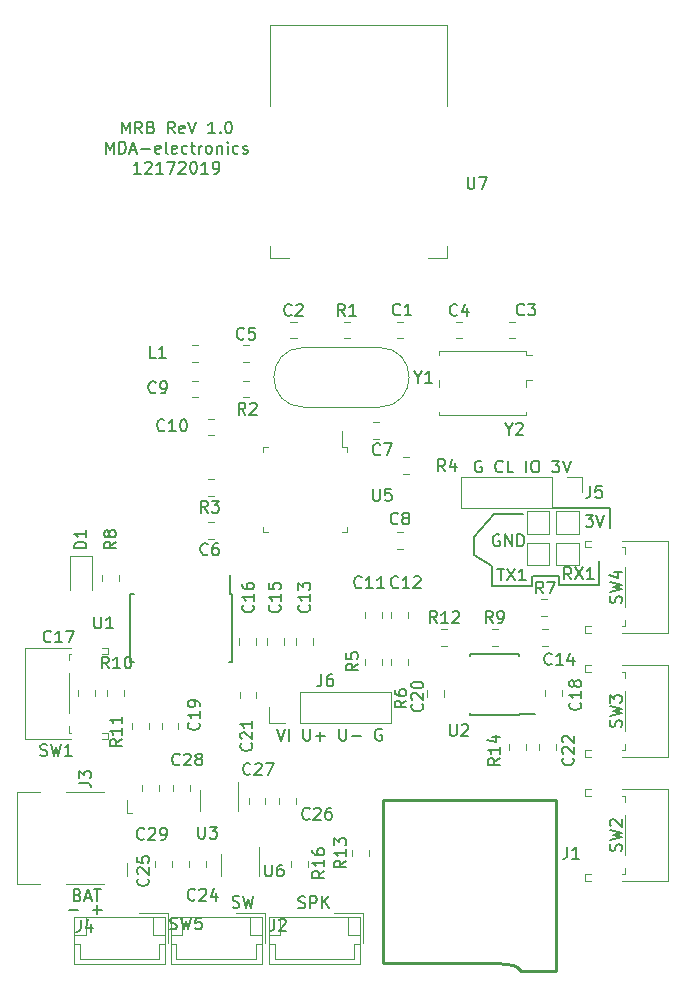
<source format=gbr>
G04 #@! TF.GenerationSoftware,KiCad,Pcbnew,(5.0.0)*
G04 #@! TF.CreationDate,2019-12-21T17:29:24+07:00*
G04 #@! TF.ProjectId,mrbot,6D72626F742E6B696361645F70636200,rev?*
G04 #@! TF.SameCoordinates,Original*
G04 #@! TF.FileFunction,Legend,Top*
G04 #@! TF.FilePolarity,Positive*
%FSLAX46Y46*%
G04 Gerber Fmt 4.6, Leading zero omitted, Abs format (unit mm)*
G04 Created by KiCad (PCBNEW (5.0.0)) date 12/21/19 17:29:24*
%MOMM*%
%LPD*%
G01*
G04 APERTURE LIST*
%ADD10C,0.200000*%
%ADD11C,0.150000*%
%ADD12C,0.250000*%
%ADD13C,0.120000*%
G04 APERTURE END LIST*
D10*
X128957142Y-36352380D02*
X128957142Y-35352380D01*
X129290476Y-36066666D01*
X129623809Y-35352380D01*
X129623809Y-36352380D01*
X130671428Y-36352380D02*
X130338095Y-35876190D01*
X130100000Y-36352380D02*
X130100000Y-35352380D01*
X130480952Y-35352380D01*
X130576190Y-35400000D01*
X130623809Y-35447619D01*
X130671428Y-35542857D01*
X130671428Y-35685714D01*
X130623809Y-35780952D01*
X130576190Y-35828571D01*
X130480952Y-35876190D01*
X130100000Y-35876190D01*
X131433333Y-35828571D02*
X131576190Y-35876190D01*
X131623809Y-35923809D01*
X131671428Y-36019047D01*
X131671428Y-36161904D01*
X131623809Y-36257142D01*
X131576190Y-36304761D01*
X131480952Y-36352380D01*
X131100000Y-36352380D01*
X131100000Y-35352380D01*
X131433333Y-35352380D01*
X131528571Y-35400000D01*
X131576190Y-35447619D01*
X131623809Y-35542857D01*
X131623809Y-35638095D01*
X131576190Y-35733333D01*
X131528571Y-35780952D01*
X131433333Y-35828571D01*
X131100000Y-35828571D01*
X133433333Y-36352380D02*
X133100000Y-35876190D01*
X132861904Y-36352380D02*
X132861904Y-35352380D01*
X133242857Y-35352380D01*
X133338095Y-35400000D01*
X133385714Y-35447619D01*
X133433333Y-35542857D01*
X133433333Y-35685714D01*
X133385714Y-35780952D01*
X133338095Y-35828571D01*
X133242857Y-35876190D01*
X132861904Y-35876190D01*
X134242857Y-36304761D02*
X134147619Y-36352380D01*
X133957142Y-36352380D01*
X133861904Y-36304761D01*
X133814285Y-36209523D01*
X133814285Y-35828571D01*
X133861904Y-35733333D01*
X133957142Y-35685714D01*
X134147619Y-35685714D01*
X134242857Y-35733333D01*
X134290476Y-35828571D01*
X134290476Y-35923809D01*
X133814285Y-36019047D01*
X134576190Y-35352380D02*
X134909523Y-36352380D01*
X135242857Y-35352380D01*
X136861904Y-36352380D02*
X136290476Y-36352380D01*
X136576190Y-36352380D02*
X136576190Y-35352380D01*
X136480952Y-35495238D01*
X136385714Y-35590476D01*
X136290476Y-35638095D01*
X137290476Y-36257142D02*
X137338095Y-36304761D01*
X137290476Y-36352380D01*
X137242857Y-36304761D01*
X137290476Y-36257142D01*
X137290476Y-36352380D01*
X137957142Y-35352380D02*
X138052380Y-35352380D01*
X138147619Y-35400000D01*
X138195238Y-35447619D01*
X138242857Y-35542857D01*
X138290476Y-35733333D01*
X138290476Y-35971428D01*
X138242857Y-36161904D01*
X138195238Y-36257142D01*
X138147619Y-36304761D01*
X138052380Y-36352380D01*
X137957142Y-36352380D01*
X137861904Y-36304761D01*
X137814285Y-36257142D01*
X137766666Y-36161904D01*
X137719047Y-35971428D01*
X137719047Y-35733333D01*
X137766666Y-35542857D01*
X137814285Y-35447619D01*
X137861904Y-35400000D01*
X137957142Y-35352380D01*
X127600000Y-38052380D02*
X127600000Y-37052380D01*
X127933333Y-37766666D01*
X128266666Y-37052380D01*
X128266666Y-38052380D01*
X128742857Y-38052380D02*
X128742857Y-37052380D01*
X128980952Y-37052380D01*
X129123809Y-37100000D01*
X129219047Y-37195238D01*
X129266666Y-37290476D01*
X129314285Y-37480952D01*
X129314285Y-37623809D01*
X129266666Y-37814285D01*
X129219047Y-37909523D01*
X129123809Y-38004761D01*
X128980952Y-38052380D01*
X128742857Y-38052380D01*
X129695238Y-37766666D02*
X130171428Y-37766666D01*
X129600000Y-38052380D02*
X129933333Y-37052380D01*
X130266666Y-38052380D01*
X130600000Y-37671428D02*
X131361904Y-37671428D01*
X132219047Y-38004761D02*
X132123809Y-38052380D01*
X131933333Y-38052380D01*
X131838095Y-38004761D01*
X131790476Y-37909523D01*
X131790476Y-37528571D01*
X131838095Y-37433333D01*
X131933333Y-37385714D01*
X132123809Y-37385714D01*
X132219047Y-37433333D01*
X132266666Y-37528571D01*
X132266666Y-37623809D01*
X131790476Y-37719047D01*
X132838095Y-38052380D02*
X132742857Y-38004761D01*
X132695238Y-37909523D01*
X132695238Y-37052380D01*
X133600000Y-38004761D02*
X133504761Y-38052380D01*
X133314285Y-38052380D01*
X133219047Y-38004761D01*
X133171428Y-37909523D01*
X133171428Y-37528571D01*
X133219047Y-37433333D01*
X133314285Y-37385714D01*
X133504761Y-37385714D01*
X133600000Y-37433333D01*
X133647619Y-37528571D01*
X133647619Y-37623809D01*
X133171428Y-37719047D01*
X134504761Y-38004761D02*
X134409523Y-38052380D01*
X134219047Y-38052380D01*
X134123809Y-38004761D01*
X134076190Y-37957142D01*
X134028571Y-37861904D01*
X134028571Y-37576190D01*
X134076190Y-37480952D01*
X134123809Y-37433333D01*
X134219047Y-37385714D01*
X134409523Y-37385714D01*
X134504761Y-37433333D01*
X134790476Y-37385714D02*
X135171428Y-37385714D01*
X134933333Y-37052380D02*
X134933333Y-37909523D01*
X134980952Y-38004761D01*
X135076190Y-38052380D01*
X135171428Y-38052380D01*
X135504761Y-38052380D02*
X135504761Y-37385714D01*
X135504761Y-37576190D02*
X135552380Y-37480952D01*
X135600000Y-37433333D01*
X135695238Y-37385714D01*
X135790476Y-37385714D01*
X136266666Y-38052380D02*
X136171428Y-38004761D01*
X136123809Y-37957142D01*
X136076190Y-37861904D01*
X136076190Y-37576190D01*
X136123809Y-37480952D01*
X136171428Y-37433333D01*
X136266666Y-37385714D01*
X136409523Y-37385714D01*
X136504761Y-37433333D01*
X136552380Y-37480952D01*
X136600000Y-37576190D01*
X136600000Y-37861904D01*
X136552380Y-37957142D01*
X136504761Y-38004761D01*
X136409523Y-38052380D01*
X136266666Y-38052380D01*
X137028571Y-37385714D02*
X137028571Y-38052380D01*
X137028571Y-37480952D02*
X137076190Y-37433333D01*
X137171428Y-37385714D01*
X137314285Y-37385714D01*
X137409523Y-37433333D01*
X137457142Y-37528571D01*
X137457142Y-38052380D01*
X137933333Y-38052380D02*
X137933333Y-37385714D01*
X137933333Y-37052380D02*
X137885714Y-37100000D01*
X137933333Y-37147619D01*
X137980952Y-37100000D01*
X137933333Y-37052380D01*
X137933333Y-37147619D01*
X138838095Y-38004761D02*
X138742857Y-38052380D01*
X138552380Y-38052380D01*
X138457142Y-38004761D01*
X138409523Y-37957142D01*
X138361904Y-37861904D01*
X138361904Y-37576190D01*
X138409523Y-37480952D01*
X138457142Y-37433333D01*
X138552380Y-37385714D01*
X138742857Y-37385714D01*
X138838095Y-37433333D01*
X139219047Y-38004761D02*
X139314285Y-38052380D01*
X139504761Y-38052380D01*
X139600000Y-38004761D01*
X139647619Y-37909523D01*
X139647619Y-37861904D01*
X139600000Y-37766666D01*
X139504761Y-37719047D01*
X139361904Y-37719047D01*
X139266666Y-37671428D01*
X139219047Y-37576190D01*
X139219047Y-37528571D01*
X139266666Y-37433333D01*
X139361904Y-37385714D01*
X139504761Y-37385714D01*
X139600000Y-37433333D01*
X130552380Y-39752380D02*
X129980952Y-39752380D01*
X130266666Y-39752380D02*
X130266666Y-38752380D01*
X130171428Y-38895238D01*
X130076190Y-38990476D01*
X129980952Y-39038095D01*
X130933333Y-38847619D02*
X130980952Y-38800000D01*
X131076190Y-38752380D01*
X131314285Y-38752380D01*
X131409523Y-38800000D01*
X131457142Y-38847619D01*
X131504761Y-38942857D01*
X131504761Y-39038095D01*
X131457142Y-39180952D01*
X130885714Y-39752380D01*
X131504761Y-39752380D01*
X132457142Y-39752380D02*
X131885714Y-39752380D01*
X132171428Y-39752380D02*
X132171428Y-38752380D01*
X132076190Y-38895238D01*
X131980952Y-38990476D01*
X131885714Y-39038095D01*
X132790476Y-38752380D02*
X133457142Y-38752380D01*
X133028571Y-39752380D01*
X133790476Y-38847619D02*
X133838095Y-38800000D01*
X133933333Y-38752380D01*
X134171428Y-38752380D01*
X134266666Y-38800000D01*
X134314285Y-38847619D01*
X134361904Y-38942857D01*
X134361904Y-39038095D01*
X134314285Y-39180952D01*
X133742857Y-39752380D01*
X134361904Y-39752380D01*
X134980952Y-38752380D02*
X135076190Y-38752380D01*
X135171428Y-38800000D01*
X135219047Y-38847619D01*
X135266666Y-38942857D01*
X135314285Y-39133333D01*
X135314285Y-39371428D01*
X135266666Y-39561904D01*
X135219047Y-39657142D01*
X135171428Y-39704761D01*
X135076190Y-39752380D01*
X134980952Y-39752380D01*
X134885714Y-39704761D01*
X134838095Y-39657142D01*
X134790476Y-39561904D01*
X134742857Y-39371428D01*
X134742857Y-39133333D01*
X134790476Y-38942857D01*
X134838095Y-38847619D01*
X134885714Y-38800000D01*
X134980952Y-38752380D01*
X136266666Y-39752380D02*
X135695238Y-39752380D01*
X135980952Y-39752380D02*
X135980952Y-38752380D01*
X135885714Y-38895238D01*
X135790476Y-38990476D01*
X135695238Y-39038095D01*
X136742857Y-39752380D02*
X136933333Y-39752380D01*
X137028571Y-39704761D01*
X137076190Y-39657142D01*
X137171428Y-39514285D01*
X137219047Y-39323809D01*
X137219047Y-38942857D01*
X137171428Y-38847619D01*
X137123809Y-38800000D01*
X137028571Y-38752380D01*
X136838095Y-38752380D01*
X136742857Y-38800000D01*
X136695238Y-38847619D01*
X136647619Y-38942857D01*
X136647619Y-39180952D01*
X136695238Y-39276190D01*
X136742857Y-39323809D01*
X136838095Y-39371428D01*
X137028571Y-39371428D01*
X137123809Y-39323809D01*
X137171428Y-39276190D01*
X137219047Y-39180952D01*
X138342857Y-101854761D02*
X138485714Y-101902380D01*
X138723809Y-101902380D01*
X138819047Y-101854761D01*
X138866666Y-101807142D01*
X138914285Y-101711904D01*
X138914285Y-101616666D01*
X138866666Y-101521428D01*
X138819047Y-101473809D01*
X138723809Y-101426190D01*
X138533333Y-101378571D01*
X138438095Y-101330952D01*
X138390476Y-101283333D01*
X138342857Y-101188095D01*
X138342857Y-101092857D01*
X138390476Y-100997619D01*
X138438095Y-100950000D01*
X138533333Y-100902380D01*
X138771428Y-100902380D01*
X138914285Y-100950000D01*
X139247619Y-100902380D02*
X139485714Y-101902380D01*
X139676190Y-101188095D01*
X139866666Y-101902380D01*
X140104761Y-100902380D01*
X143914285Y-101904761D02*
X144057142Y-101952380D01*
X144295238Y-101952380D01*
X144390476Y-101904761D01*
X144438095Y-101857142D01*
X144485714Y-101761904D01*
X144485714Y-101666666D01*
X144438095Y-101571428D01*
X144390476Y-101523809D01*
X144295238Y-101476190D01*
X144104761Y-101428571D01*
X144009523Y-101380952D01*
X143961904Y-101333333D01*
X143914285Y-101238095D01*
X143914285Y-101142857D01*
X143961904Y-101047619D01*
X144009523Y-101000000D01*
X144104761Y-100952380D01*
X144342857Y-100952380D01*
X144485714Y-101000000D01*
X144914285Y-101952380D02*
X144914285Y-100952380D01*
X145295238Y-100952380D01*
X145390476Y-101000000D01*
X145438095Y-101047619D01*
X145485714Y-101142857D01*
X145485714Y-101285714D01*
X145438095Y-101380952D01*
X145390476Y-101428571D01*
X145295238Y-101476190D01*
X144914285Y-101476190D01*
X145914285Y-101952380D02*
X145914285Y-100952380D01*
X146485714Y-101952380D02*
X146057142Y-101380952D01*
X146485714Y-100952380D02*
X145914285Y-101523809D01*
X124519047Y-102071428D02*
X125280952Y-102071428D01*
X126519047Y-102071428D02*
X127280952Y-102071428D01*
X126900000Y-102452380D02*
X126900000Y-101690476D01*
X125211904Y-100828571D02*
X125354761Y-100876190D01*
X125402380Y-100923809D01*
X125450000Y-101019047D01*
X125450000Y-101161904D01*
X125402380Y-101257142D01*
X125354761Y-101304761D01*
X125259523Y-101352380D01*
X124878571Y-101352380D01*
X124878571Y-100352380D01*
X125211904Y-100352380D01*
X125307142Y-100400000D01*
X125354761Y-100447619D01*
X125402380Y-100542857D01*
X125402380Y-100638095D01*
X125354761Y-100733333D01*
X125307142Y-100780952D01*
X125211904Y-100828571D01*
X124878571Y-100828571D01*
X125830952Y-101066666D02*
X126307142Y-101066666D01*
X125735714Y-101352380D02*
X126069047Y-100352380D01*
X126402380Y-101352380D01*
X126592857Y-100352380D02*
X127164285Y-100352380D01*
X126878571Y-101352380D02*
X126878571Y-100352380D01*
X160500000Y-68550000D02*
X162900000Y-68550000D01*
X158750000Y-70500000D02*
X160500000Y-68550000D01*
X158750000Y-72050000D02*
X158750000Y-70500000D01*
X160300000Y-73000000D02*
X158750000Y-72050000D01*
X160300000Y-74700000D02*
X160300000Y-73000000D01*
X160650000Y-74700000D02*
X160300000Y-74700000D01*
X163700000Y-74700000D02*
X160650000Y-74700000D01*
X163700000Y-73800000D02*
X163700000Y-74700000D01*
X163850000Y-73800000D02*
X163750000Y-73800000D01*
X165950000Y-73800000D02*
X163850000Y-73800000D01*
X165950000Y-74600000D02*
X165950000Y-73800000D01*
X169350000Y-74600000D02*
X165950000Y-74600000D01*
X169350000Y-72550000D02*
X169350000Y-74600000D01*
X170300000Y-68100000D02*
X170300000Y-69800000D01*
X170000000Y-68100000D02*
X170300000Y-68100000D01*
X167950000Y-68100000D02*
X170000000Y-68100000D01*
X165400000Y-68100000D02*
X167950000Y-68100000D01*
X142100000Y-86752380D02*
X142433333Y-87752380D01*
X142766666Y-86752380D01*
X143100000Y-87752380D02*
X143100000Y-86752380D01*
X144338095Y-86752380D02*
X144338095Y-87561904D01*
X144385714Y-87657142D01*
X144433333Y-87704761D01*
X144528571Y-87752380D01*
X144719047Y-87752380D01*
X144814285Y-87704761D01*
X144861904Y-87657142D01*
X144909523Y-87561904D01*
X144909523Y-86752380D01*
X145385714Y-87371428D02*
X146147619Y-87371428D01*
X145766666Y-87752380D02*
X145766666Y-86990476D01*
X147385714Y-86752380D02*
X147385714Y-87561904D01*
X147433333Y-87657142D01*
X147480952Y-87704761D01*
X147576190Y-87752380D01*
X147766666Y-87752380D01*
X147861904Y-87704761D01*
X147909523Y-87657142D01*
X147957142Y-87561904D01*
X147957142Y-86752380D01*
X148433333Y-87371428D02*
X149195238Y-87371428D01*
X150957142Y-86800000D02*
X150861904Y-86752380D01*
X150719047Y-86752380D01*
X150576190Y-86800000D01*
X150480952Y-86895238D01*
X150433333Y-86990476D01*
X150385714Y-87180952D01*
X150385714Y-87323809D01*
X150433333Y-87514285D01*
X150480952Y-87609523D01*
X150576190Y-87704761D01*
X150719047Y-87752380D01*
X150814285Y-87752380D01*
X150957142Y-87704761D01*
X151004761Y-87657142D01*
X151004761Y-87323809D01*
X150814285Y-87323809D01*
X159397619Y-64100000D02*
X159302380Y-64052380D01*
X159159523Y-64052380D01*
X159016666Y-64100000D01*
X158921428Y-64195238D01*
X158873809Y-64290476D01*
X158826190Y-64480952D01*
X158826190Y-64623809D01*
X158873809Y-64814285D01*
X158921428Y-64909523D01*
X159016666Y-65004761D01*
X159159523Y-65052380D01*
X159254761Y-65052380D01*
X159397619Y-65004761D01*
X159445238Y-64957142D01*
X159445238Y-64623809D01*
X159254761Y-64623809D01*
X161207142Y-64957142D02*
X161159523Y-65004761D01*
X161016666Y-65052380D01*
X160921428Y-65052380D01*
X160778571Y-65004761D01*
X160683333Y-64909523D01*
X160635714Y-64814285D01*
X160588095Y-64623809D01*
X160588095Y-64480952D01*
X160635714Y-64290476D01*
X160683333Y-64195238D01*
X160778571Y-64100000D01*
X160921428Y-64052380D01*
X161016666Y-64052380D01*
X161159523Y-64100000D01*
X161207142Y-64147619D01*
X162111904Y-65052380D02*
X161635714Y-65052380D01*
X161635714Y-64052380D01*
X163207142Y-65052380D02*
X163207142Y-64052380D01*
X163873809Y-64052380D02*
X164064285Y-64052380D01*
X164159523Y-64100000D01*
X164254761Y-64195238D01*
X164302380Y-64385714D01*
X164302380Y-64719047D01*
X164254761Y-64909523D01*
X164159523Y-65004761D01*
X164064285Y-65052380D01*
X163873809Y-65052380D01*
X163778571Y-65004761D01*
X163683333Y-64909523D01*
X163635714Y-64719047D01*
X163635714Y-64385714D01*
X163683333Y-64195238D01*
X163778571Y-64100000D01*
X163873809Y-64052380D01*
X165397619Y-64052380D02*
X166016666Y-64052380D01*
X165683333Y-64433333D01*
X165826190Y-64433333D01*
X165921428Y-64480952D01*
X165969047Y-64528571D01*
X166016666Y-64623809D01*
X166016666Y-64861904D01*
X165969047Y-64957142D01*
X165921428Y-65004761D01*
X165826190Y-65052380D01*
X165540476Y-65052380D01*
X165445238Y-65004761D01*
X165397619Y-64957142D01*
X166302380Y-64052380D02*
X166635714Y-65052380D01*
X166969047Y-64052380D01*
D11*
G04 #@! TO.C,U1*
X138325000Y-75325000D02*
X138100000Y-75325000D01*
X138325000Y-81075000D02*
X138025000Y-81075000D01*
X129675000Y-81075000D02*
X129975000Y-81075000D01*
X129675000Y-75325000D02*
X129975000Y-75325000D01*
X138325000Y-75325000D02*
X138325000Y-81075000D01*
X129675000Y-75325000D02*
X129675000Y-81075000D01*
X138100000Y-75325000D02*
X138100000Y-73725000D01*
D12*
G04 #@! TO.C,J1*
X151050000Y-106550000D02*
X160750000Y-106550000D01*
X160750000Y-106550000D02*
X161450000Y-106650000D01*
X161450000Y-106650000D02*
X162050000Y-106750000D01*
X162050000Y-106750000D02*
X162450000Y-106950000D01*
X162450000Y-106950000D02*
X162750000Y-107250000D01*
X162750000Y-107250000D02*
X165750000Y-107250000D01*
X165750000Y-107250000D02*
X165750000Y-92750000D01*
X151050000Y-92750000D02*
X165750000Y-92750000D01*
X151050000Y-92750000D02*
X151050000Y-106550000D01*
D11*
G04 #@! TO.C,U2*
X162575000Y-85575000D02*
X162575000Y-85525000D01*
X158425000Y-85575000D02*
X158425000Y-85430000D01*
X158425000Y-80425000D02*
X158425000Y-80570000D01*
X162575000Y-80425000D02*
X162575000Y-80570000D01*
X162575000Y-85575000D02*
X158425000Y-85575000D01*
X162575000Y-80425000D02*
X158425000Y-80425000D01*
X162575000Y-85525000D02*
X163975000Y-85525000D01*
D13*
G04 #@! TO.C,U3*
X138810000Y-93700000D02*
X138810000Y-91250000D01*
X135590000Y-91900000D02*
X135590000Y-93700000D01*
G04 #@! TO.C,U5*
X148060000Y-70060000D02*
X147640000Y-70060000D01*
X140940000Y-70060000D02*
X141360000Y-70060000D01*
X140940000Y-62940000D02*
X141360000Y-62940000D01*
X148060000Y-62940000D02*
X148060000Y-63360000D01*
X140940000Y-70060000D02*
X140940000Y-69640000D01*
X148060000Y-70060000D02*
X148060000Y-69640000D01*
X147640000Y-62940000D02*
X147640000Y-61560000D01*
X148060000Y-62940000D02*
X147640000Y-62940000D01*
X140940000Y-62940000D02*
X140940000Y-63360000D01*
G04 #@! TO.C,U6*
X137390000Y-97400000D02*
X137390000Y-99200000D01*
X140610000Y-99200000D02*
X140610000Y-96750000D01*
G04 #@! TO.C,U7*
X156530000Y-46860000D02*
X156530000Y-45900000D01*
X154900000Y-46860000D02*
X156530000Y-46860000D01*
X141470000Y-46860000D02*
X143100000Y-46860000D01*
X141470000Y-45900000D02*
X141470000Y-46860000D01*
X156530000Y-27140000D02*
X156530000Y-34000000D01*
X141470000Y-27140000D02*
X156530000Y-27140000D01*
X141470000Y-34000000D02*
X141470000Y-27140000D01*
G04 #@! TO.C,C1*
X152761252Y-52290000D02*
X152238748Y-52290000D01*
X152761252Y-53710000D02*
X152238748Y-53710000D01*
G04 #@! TO.C,C2*
X143238748Y-52290000D02*
X143761252Y-52290000D01*
X143238748Y-53710000D02*
X143761252Y-53710000D01*
G04 #@! TO.C,C3*
X162261252Y-52290000D02*
X161738748Y-52290000D01*
X162261252Y-53710000D02*
X161738748Y-53710000D01*
G04 #@! TO.C,C4*
X157263748Y-52290000D02*
X157786252Y-52290000D01*
X157263748Y-53710000D02*
X157786252Y-53710000D01*
G04 #@! TO.C,C5*
X139213748Y-54290000D02*
X139736252Y-54290000D01*
X139213748Y-55710000D02*
X139736252Y-55710000D01*
G04 #@! TO.C,C6*
X136238748Y-69290000D02*
X136761252Y-69290000D01*
X136238748Y-70710000D02*
X136761252Y-70710000D01*
G04 #@! TO.C,C7*
X150761252Y-60790000D02*
X150238748Y-60790000D01*
X150761252Y-62210000D02*
X150238748Y-62210000D01*
G04 #@! TO.C,C8*
X152786252Y-71560000D02*
X152263748Y-71560000D01*
X152786252Y-70140000D02*
X152263748Y-70140000D01*
G04 #@! TO.C,C9*
X134863748Y-58710000D02*
X135386252Y-58710000D01*
X134863748Y-57290000D02*
X135386252Y-57290000D01*
G04 #@! TO.C,C10*
X136263748Y-60490000D02*
X136786252Y-60490000D01*
X136263748Y-61910000D02*
X136786252Y-61910000D01*
G04 #@! TO.C,C11*
X149540000Y-76863748D02*
X149540000Y-77386252D01*
X150960000Y-76863748D02*
X150960000Y-77386252D01*
G04 #@! TO.C,C12*
X151790000Y-76863748D02*
X151790000Y-77386252D01*
X153210000Y-76863748D02*
X153210000Y-77386252D01*
G04 #@! TO.C,C13*
X143740000Y-79636252D02*
X143740000Y-79113748D01*
X145160000Y-79636252D02*
X145160000Y-79113748D01*
G04 #@! TO.C,C14*
X165036252Y-78290000D02*
X164513748Y-78290000D01*
X165036252Y-79710000D02*
X164513748Y-79710000D01*
G04 #@! TO.C,C15*
X142660000Y-79636252D02*
X142660000Y-79113748D01*
X141240000Y-79636252D02*
X141240000Y-79113748D01*
G04 #@! TO.C,C16*
X140310000Y-79636252D02*
X140310000Y-79113748D01*
X138890000Y-79636252D02*
X138890000Y-79113748D01*
G04 #@! TO.C,C17*
X125240000Y-83986252D02*
X125240000Y-83463748D01*
X126660000Y-83986252D02*
X126660000Y-83463748D01*
G04 #@! TO.C,C18*
X166210000Y-84011252D02*
X166210000Y-83488748D01*
X164790000Y-84011252D02*
X164790000Y-83488748D01*
G04 #@! TO.C,C19*
X133760000Y-86786252D02*
X133760000Y-86263748D01*
X132340000Y-86786252D02*
X132340000Y-86263748D01*
G04 #@! TO.C,C20*
X156235000Y-84036252D02*
X156235000Y-83513748D01*
X154815000Y-84036252D02*
X154815000Y-83513748D01*
G04 #@! TO.C,C21*
X140360000Y-83613748D02*
X140360000Y-84136252D01*
X138940000Y-83613748D02*
X138940000Y-84136252D01*
G04 #@! TO.C,C22*
X164290000Y-88013748D02*
X164290000Y-88536252D01*
X165710000Y-88013748D02*
X165710000Y-88536252D01*
G04 #@! TO.C,C24*
X134690000Y-98486252D02*
X134690000Y-97963748D01*
X136110000Y-98486252D02*
X136110000Y-97963748D01*
G04 #@! TO.C,C25*
X131790000Y-97938748D02*
X131790000Y-98461252D01*
X133210000Y-97938748D02*
X133210000Y-98461252D01*
G04 #@! TO.C,C26*
X143710000Y-92638748D02*
X143710000Y-93161252D01*
X142290000Y-92638748D02*
X142290000Y-93161252D01*
G04 #@! TO.C,C27*
X139690000Y-92638748D02*
X139690000Y-93161252D01*
X141110000Y-92638748D02*
X141110000Y-93161252D01*
G04 #@! TO.C,C28*
X134710000Y-92061252D02*
X134710000Y-91538748D01*
X133290000Y-92061252D02*
X133290000Y-91538748D01*
G04 #@! TO.C,C29*
X130690000Y-92061252D02*
X130690000Y-91538748D01*
X132110000Y-92061252D02*
X132110000Y-91538748D01*
G04 #@! TO.C,D1*
X124590000Y-72115000D02*
X124590000Y-75000000D01*
X126410000Y-72115000D02*
X124590000Y-72115000D01*
X126410000Y-75000000D02*
X126410000Y-72115000D01*
G04 #@! TO.C,J2*
X149110000Y-106710000D02*
X149110000Y-102690000D01*
X149110000Y-102690000D02*
X141390000Y-102690000D01*
X141390000Y-102690000D02*
X141390000Y-106710000D01*
X141390000Y-106710000D02*
X149110000Y-106710000D01*
X149110000Y-105000000D02*
X148610000Y-105000000D01*
X148610000Y-105000000D02*
X148610000Y-106210000D01*
X148610000Y-106210000D02*
X141890000Y-106210000D01*
X141890000Y-106210000D02*
X141890000Y-105000000D01*
X141890000Y-105000000D02*
X141390000Y-105000000D01*
X149110000Y-104190000D02*
X148110000Y-104190000D01*
X148110000Y-104190000D02*
X148110000Y-102690000D01*
X141390000Y-104190000D02*
X142390000Y-104190000D01*
X142390000Y-104190000D02*
X142390000Y-102690000D01*
X149410000Y-104890000D02*
X149410000Y-102390000D01*
X149410000Y-102390000D02*
X146910000Y-102390000D01*
G04 #@! TO.C,J3*
X120090000Y-99910000D02*
X120090000Y-92090000D01*
X129410000Y-93890000D02*
X129840000Y-93890000D01*
X120090000Y-99910000D02*
X122040000Y-99910000D01*
X124260000Y-99910000D02*
X127490000Y-99910000D01*
X129410000Y-98110000D02*
X129410000Y-99190000D01*
X129410000Y-92810000D02*
X129410000Y-93890000D01*
X124260000Y-92090000D02*
X127490000Y-92090000D01*
X120090000Y-92090000D02*
X122040000Y-92090000D01*
G04 #@! TO.C,J4*
X132610000Y-106710000D02*
X132610000Y-102690000D01*
X132610000Y-102690000D02*
X124890000Y-102690000D01*
X124890000Y-102690000D02*
X124890000Y-106710000D01*
X124890000Y-106710000D02*
X132610000Y-106710000D01*
X132610000Y-105000000D02*
X132110000Y-105000000D01*
X132110000Y-105000000D02*
X132110000Y-106210000D01*
X132110000Y-106210000D02*
X125390000Y-106210000D01*
X125390000Y-106210000D02*
X125390000Y-105000000D01*
X125390000Y-105000000D02*
X124890000Y-105000000D01*
X132610000Y-104190000D02*
X131610000Y-104190000D01*
X131610000Y-104190000D02*
X131610000Y-102690000D01*
X124890000Y-104190000D02*
X125890000Y-104190000D01*
X125890000Y-104190000D02*
X125890000Y-102690000D01*
X132910000Y-104890000D02*
X132910000Y-102390000D01*
X132910000Y-102390000D02*
X130410000Y-102390000D01*
G04 #@! TO.C,J5*
X157680000Y-65420000D02*
X157680000Y-68080000D01*
X165360000Y-65420000D02*
X157680000Y-65420000D01*
X165360000Y-68080000D02*
X157680000Y-68080000D01*
X165360000Y-65420000D02*
X165360000Y-68080000D01*
X166630000Y-65420000D02*
X167960000Y-65420000D01*
X167960000Y-65420000D02*
X167960000Y-66750000D01*
G04 #@! TO.C,J6*
X141440000Y-86280000D02*
X141440000Y-84950000D01*
X142770000Y-86280000D02*
X141440000Y-86280000D01*
X144040000Y-86280000D02*
X144040000Y-83620000D01*
X144040000Y-83620000D02*
X151720000Y-83620000D01*
X144040000Y-86280000D02*
X151720000Y-86280000D01*
X151720000Y-86280000D02*
X151720000Y-83620000D01*
G04 #@! TO.C,L1*
X135386252Y-55710000D02*
X134863748Y-55710000D01*
X135386252Y-54290000D02*
X134863748Y-54290000D01*
G04 #@! TO.C,R1*
X147738748Y-52290000D02*
X148261252Y-52290000D01*
X147738748Y-53710000D02*
X148261252Y-53710000D01*
G04 #@! TO.C,R2*
X139213748Y-58710000D02*
X139736252Y-58710000D01*
X139213748Y-57290000D02*
X139736252Y-57290000D01*
G04 #@! TO.C,R3*
X136761252Y-67060000D02*
X136238748Y-67060000D01*
X136761252Y-65640000D02*
X136238748Y-65640000D01*
G04 #@! TO.C,R4*
X152738748Y-65210000D02*
X153261252Y-65210000D01*
X152738748Y-63790000D02*
X153261252Y-63790000D01*
G04 #@! TO.C,R5*
X149540000Y-81336252D02*
X149540000Y-80813748D01*
X150960000Y-81336252D02*
X150960000Y-80813748D01*
G04 #@! TO.C,R6*
X153210000Y-81361252D02*
X153210000Y-80838748D01*
X151790000Y-81361252D02*
X151790000Y-80838748D01*
G04 #@! TO.C,R7*
X164463748Y-75790000D02*
X164986252Y-75790000D01*
X164463748Y-77210000D02*
X164986252Y-77210000D01*
G04 #@! TO.C,R8*
X128710000Y-74261252D02*
X128710000Y-73738748D01*
X127290000Y-74261252D02*
X127290000Y-73738748D01*
G04 #@! TO.C,R9*
X160263748Y-78290000D02*
X160786252Y-78290000D01*
X160263748Y-79710000D02*
X160786252Y-79710000D01*
G04 #@! TO.C,R10*
X129160000Y-83986252D02*
X129160000Y-83463748D01*
X127740000Y-83986252D02*
X127740000Y-83463748D01*
G04 #@! TO.C,R11*
X129840000Y-86786252D02*
X129840000Y-86263748D01*
X131260000Y-86786252D02*
X131260000Y-86263748D01*
G04 #@! TO.C,R12*
X156013748Y-79710000D02*
X156536252Y-79710000D01*
X156013748Y-78290000D02*
X156536252Y-78290000D01*
G04 #@! TO.C,R13*
X148440000Y-97536252D02*
X148440000Y-97013748D01*
X149860000Y-97536252D02*
X149860000Y-97013748D01*
G04 #@! TO.C,R14*
X163160000Y-88013748D02*
X163160000Y-88536252D01*
X161740000Y-88013748D02*
X161740000Y-88536252D01*
G04 #@! TO.C,R16*
X143290000Y-98486252D02*
X143290000Y-97963748D01*
X144710000Y-98486252D02*
X144710000Y-97963748D01*
G04 #@! TO.C,SW1*
X124470000Y-87090000D02*
X124700000Y-87090000D01*
X120800000Y-87610000D02*
X120800000Y-79890000D01*
X120800000Y-79890000D02*
X124700000Y-79890000D01*
X127810000Y-87610000D02*
X127810000Y-87090000D01*
X120800000Y-87610000D02*
X124700000Y-87610000D01*
X124470000Y-80410000D02*
X124700000Y-80410000D01*
X127300000Y-87090000D02*
X127810000Y-87090000D01*
X127300000Y-87610000D02*
X127810000Y-87610000D01*
X124470000Y-80950000D02*
X124470000Y-80410000D01*
X127300000Y-80410000D02*
X127810000Y-80410000D01*
X127810000Y-80410000D02*
X127810000Y-79890000D01*
X127300000Y-79890000D02*
X127810000Y-79890000D01*
X124470000Y-87090000D02*
X124470000Y-86550000D01*
X124470000Y-85450000D02*
X124470000Y-82050000D01*
G04 #@! TO.C,SW2*
X171530000Y-94050000D02*
X171530000Y-97450000D01*
X171530000Y-92410000D02*
X171530000Y-92950000D01*
X168700000Y-99610000D02*
X168190000Y-99610000D01*
X168190000Y-99090000D02*
X168190000Y-99610000D01*
X168700000Y-99090000D02*
X168190000Y-99090000D01*
X171530000Y-98550000D02*
X171530000Y-99090000D01*
X168700000Y-91890000D02*
X168190000Y-91890000D01*
X168700000Y-92410000D02*
X168190000Y-92410000D01*
X171530000Y-99090000D02*
X171300000Y-99090000D01*
X175200000Y-91890000D02*
X171300000Y-91890000D01*
X168190000Y-91890000D02*
X168190000Y-92410000D01*
X175200000Y-99610000D02*
X171300000Y-99610000D01*
X175200000Y-91890000D02*
X175200000Y-99610000D01*
X171530000Y-92410000D02*
X171300000Y-92410000D01*
G04 #@! TO.C,SW3*
X171530000Y-81910000D02*
X171300000Y-81910000D01*
X175200000Y-81390000D02*
X175200000Y-89110000D01*
X175200000Y-89110000D02*
X171300000Y-89110000D01*
X168190000Y-81390000D02*
X168190000Y-81910000D01*
X175200000Y-81390000D02*
X171300000Y-81390000D01*
X171530000Y-88590000D02*
X171300000Y-88590000D01*
X168700000Y-81910000D02*
X168190000Y-81910000D01*
X168700000Y-81390000D02*
X168190000Y-81390000D01*
X171530000Y-88050000D02*
X171530000Y-88590000D01*
X168700000Y-88590000D02*
X168190000Y-88590000D01*
X168190000Y-88590000D02*
X168190000Y-89110000D01*
X168700000Y-89110000D02*
X168190000Y-89110000D01*
X171530000Y-81910000D02*
X171530000Y-82450000D01*
X171530000Y-83550000D02*
X171530000Y-86950000D01*
G04 #@! TO.C,SW4*
X171530000Y-73050000D02*
X171530000Y-76450000D01*
X171530000Y-71410000D02*
X171530000Y-71950000D01*
X168700000Y-78610000D02*
X168190000Y-78610000D01*
X168190000Y-78090000D02*
X168190000Y-78610000D01*
X168700000Y-78090000D02*
X168190000Y-78090000D01*
X171530000Y-77550000D02*
X171530000Y-78090000D01*
X168700000Y-70890000D02*
X168190000Y-70890000D01*
X168700000Y-71410000D02*
X168190000Y-71410000D01*
X171530000Y-78090000D02*
X171300000Y-78090000D01*
X175200000Y-70890000D02*
X171300000Y-70890000D01*
X168190000Y-70890000D02*
X168190000Y-71410000D01*
X175200000Y-78610000D02*
X171300000Y-78610000D01*
X175200000Y-70890000D02*
X175200000Y-78610000D01*
X171530000Y-71410000D02*
X171300000Y-71410000D01*
G04 #@! TO.C,SW5*
X141110000Y-102390000D02*
X138610000Y-102390000D01*
X141110000Y-104890000D02*
X141110000Y-102390000D01*
X134090000Y-104190000D02*
X134090000Y-102690000D01*
X133090000Y-104190000D02*
X134090000Y-104190000D01*
X139810000Y-104190000D02*
X139810000Y-102690000D01*
X140810000Y-104190000D02*
X139810000Y-104190000D01*
X133590000Y-105000000D02*
X133090000Y-105000000D01*
X133590000Y-106210000D02*
X133590000Y-105000000D01*
X140310000Y-106210000D02*
X133590000Y-106210000D01*
X140310000Y-105000000D02*
X140310000Y-106210000D01*
X140810000Y-105000000D02*
X140310000Y-105000000D01*
X133090000Y-106710000D02*
X140810000Y-106710000D01*
X133090000Y-102690000D02*
X133090000Y-106710000D01*
X140810000Y-102690000D02*
X133090000Y-102690000D01*
X140810000Y-106710000D02*
X140810000Y-102690000D01*
G04 #@! TO.C,Y1*
X150760000Y-59525000D02*
X144360000Y-59525000D01*
X150760000Y-54475000D02*
X144360000Y-54475000D01*
X150760000Y-54475000D02*
G75*
G02X150760000Y-59525000I0J-2525000D01*
G01*
X144360000Y-54475000D02*
G75*
G03X144360000Y-59525000I0J-2525000D01*
G01*
G04 #@! TO.C,Y2*
X163200000Y-59900000D02*
X163200000Y-60200000D01*
X163200000Y-60200000D02*
X155800000Y-60200000D01*
X155800000Y-60200000D02*
X155800000Y-59900000D01*
X163700000Y-55100000D02*
X163200000Y-55100000D01*
X163200000Y-55100000D02*
X163200000Y-54800000D01*
X163200000Y-54800000D02*
X155800000Y-54800000D01*
X155800000Y-54800000D02*
X155800000Y-55100000D01*
X163700000Y-57200000D02*
X163200000Y-57200000D01*
X163200000Y-57200000D02*
X163200000Y-57800000D01*
X155800000Y-57800000D02*
X155800000Y-57200000D01*
G04 #@! TO.C,3V*
X165750000Y-70250000D02*
X165750000Y-68350000D01*
X167650000Y-70250000D02*
X165750000Y-70250000D01*
X167650000Y-68350000D02*
X167650000Y-70250000D01*
X165750000Y-68350000D02*
X167650000Y-68350000D01*
G04 #@! TO.C,TX1*
X163250000Y-71000000D02*
X165150000Y-71000000D01*
X165150000Y-71000000D02*
X165150000Y-72900000D01*
X165150000Y-72900000D02*
X163250000Y-72900000D01*
X163250000Y-72900000D02*
X163250000Y-71000000D01*
G04 #@! TO.C,RX1*
X165750000Y-72900000D02*
X165750000Y-71000000D01*
X167650000Y-72900000D02*
X165750000Y-72900000D01*
X167650000Y-71000000D02*
X167650000Y-72900000D01*
X165750000Y-71000000D02*
X167650000Y-71000000D01*
G04 #@! TO.C,GND*
X163250000Y-68350000D02*
X165150000Y-68350000D01*
X165150000Y-68350000D02*
X165150000Y-70250000D01*
X165150000Y-70250000D02*
X163250000Y-70250000D01*
X163250000Y-70250000D02*
X163250000Y-68350000D01*
G04 #@! TO.C,U1*
D11*
X126638095Y-77252380D02*
X126638095Y-78061904D01*
X126685714Y-78157142D01*
X126733333Y-78204761D01*
X126828571Y-78252380D01*
X127019047Y-78252380D01*
X127114285Y-78204761D01*
X127161904Y-78157142D01*
X127209523Y-78061904D01*
X127209523Y-77252380D01*
X128209523Y-78252380D02*
X127638095Y-78252380D01*
X127923809Y-78252380D02*
X127923809Y-77252380D01*
X127828571Y-77395238D01*
X127733333Y-77490476D01*
X127638095Y-77538095D01*
G04 #@! TO.C,J1*
X166666666Y-96752380D02*
X166666666Y-97466666D01*
X166619047Y-97609523D01*
X166523809Y-97704761D01*
X166380952Y-97752380D01*
X166285714Y-97752380D01*
X167666666Y-97752380D02*
X167095238Y-97752380D01*
X167380952Y-97752380D02*
X167380952Y-96752380D01*
X167285714Y-96895238D01*
X167190476Y-96990476D01*
X167095238Y-97038095D01*
G04 #@! TO.C,U2*
X156738095Y-86352380D02*
X156738095Y-87161904D01*
X156785714Y-87257142D01*
X156833333Y-87304761D01*
X156928571Y-87352380D01*
X157119047Y-87352380D01*
X157214285Y-87304761D01*
X157261904Y-87257142D01*
X157309523Y-87161904D01*
X157309523Y-86352380D01*
X157738095Y-86447619D02*
X157785714Y-86400000D01*
X157880952Y-86352380D01*
X158119047Y-86352380D01*
X158214285Y-86400000D01*
X158261904Y-86447619D01*
X158309523Y-86542857D01*
X158309523Y-86638095D01*
X158261904Y-86780952D01*
X157690476Y-87352380D01*
X158309523Y-87352380D01*
G04 #@! TO.C,U3*
X135438095Y-95052380D02*
X135438095Y-95861904D01*
X135485714Y-95957142D01*
X135533333Y-96004761D01*
X135628571Y-96052380D01*
X135819047Y-96052380D01*
X135914285Y-96004761D01*
X135961904Y-95957142D01*
X136009523Y-95861904D01*
X136009523Y-95052380D01*
X136390476Y-95052380D02*
X137009523Y-95052380D01*
X136676190Y-95433333D01*
X136819047Y-95433333D01*
X136914285Y-95480952D01*
X136961904Y-95528571D01*
X137009523Y-95623809D01*
X137009523Y-95861904D01*
X136961904Y-95957142D01*
X136914285Y-96004761D01*
X136819047Y-96052380D01*
X136533333Y-96052380D01*
X136438095Y-96004761D01*
X136390476Y-95957142D01*
G04 #@! TO.C,U5*
X150238095Y-66452380D02*
X150238095Y-67261904D01*
X150285714Y-67357142D01*
X150333333Y-67404761D01*
X150428571Y-67452380D01*
X150619047Y-67452380D01*
X150714285Y-67404761D01*
X150761904Y-67357142D01*
X150809523Y-67261904D01*
X150809523Y-66452380D01*
X151761904Y-66452380D02*
X151285714Y-66452380D01*
X151238095Y-66928571D01*
X151285714Y-66880952D01*
X151380952Y-66833333D01*
X151619047Y-66833333D01*
X151714285Y-66880952D01*
X151761904Y-66928571D01*
X151809523Y-67023809D01*
X151809523Y-67261904D01*
X151761904Y-67357142D01*
X151714285Y-67404761D01*
X151619047Y-67452380D01*
X151380952Y-67452380D01*
X151285714Y-67404761D01*
X151238095Y-67357142D01*
G04 #@! TO.C,U6*
X141088095Y-98252380D02*
X141088095Y-99061904D01*
X141135714Y-99157142D01*
X141183333Y-99204761D01*
X141278571Y-99252380D01*
X141469047Y-99252380D01*
X141564285Y-99204761D01*
X141611904Y-99157142D01*
X141659523Y-99061904D01*
X141659523Y-98252380D01*
X142564285Y-98252380D02*
X142373809Y-98252380D01*
X142278571Y-98300000D01*
X142230952Y-98347619D01*
X142135714Y-98490476D01*
X142088095Y-98680952D01*
X142088095Y-99061904D01*
X142135714Y-99157142D01*
X142183333Y-99204761D01*
X142278571Y-99252380D01*
X142469047Y-99252380D01*
X142564285Y-99204761D01*
X142611904Y-99157142D01*
X142659523Y-99061904D01*
X142659523Y-98823809D01*
X142611904Y-98728571D01*
X142564285Y-98680952D01*
X142469047Y-98633333D01*
X142278571Y-98633333D01*
X142183333Y-98680952D01*
X142135714Y-98728571D01*
X142088095Y-98823809D01*
G04 #@! TO.C,U7*
X158238095Y-40052380D02*
X158238095Y-40861904D01*
X158285714Y-40957142D01*
X158333333Y-41004761D01*
X158428571Y-41052380D01*
X158619047Y-41052380D01*
X158714285Y-41004761D01*
X158761904Y-40957142D01*
X158809523Y-40861904D01*
X158809523Y-40052380D01*
X159190476Y-40052380D02*
X159857142Y-40052380D01*
X159428571Y-41052380D01*
G04 #@! TO.C,C1*
X152533333Y-51657142D02*
X152485714Y-51704761D01*
X152342857Y-51752380D01*
X152247619Y-51752380D01*
X152104761Y-51704761D01*
X152009523Y-51609523D01*
X151961904Y-51514285D01*
X151914285Y-51323809D01*
X151914285Y-51180952D01*
X151961904Y-50990476D01*
X152009523Y-50895238D01*
X152104761Y-50800000D01*
X152247619Y-50752380D01*
X152342857Y-50752380D01*
X152485714Y-50800000D01*
X152533333Y-50847619D01*
X153485714Y-51752380D02*
X152914285Y-51752380D01*
X153200000Y-51752380D02*
X153200000Y-50752380D01*
X153104761Y-50895238D01*
X153009523Y-50990476D01*
X152914285Y-51038095D01*
G04 #@! TO.C,C2*
X143333333Y-51707142D02*
X143285714Y-51754761D01*
X143142857Y-51802380D01*
X143047619Y-51802380D01*
X142904761Y-51754761D01*
X142809523Y-51659523D01*
X142761904Y-51564285D01*
X142714285Y-51373809D01*
X142714285Y-51230952D01*
X142761904Y-51040476D01*
X142809523Y-50945238D01*
X142904761Y-50850000D01*
X143047619Y-50802380D01*
X143142857Y-50802380D01*
X143285714Y-50850000D01*
X143333333Y-50897619D01*
X143714285Y-50897619D02*
X143761904Y-50850000D01*
X143857142Y-50802380D01*
X144095238Y-50802380D01*
X144190476Y-50850000D01*
X144238095Y-50897619D01*
X144285714Y-50992857D01*
X144285714Y-51088095D01*
X144238095Y-51230952D01*
X143666666Y-51802380D01*
X144285714Y-51802380D01*
G04 #@! TO.C,C3*
X163033333Y-51657142D02*
X162985714Y-51704761D01*
X162842857Y-51752380D01*
X162747619Y-51752380D01*
X162604761Y-51704761D01*
X162509523Y-51609523D01*
X162461904Y-51514285D01*
X162414285Y-51323809D01*
X162414285Y-51180952D01*
X162461904Y-50990476D01*
X162509523Y-50895238D01*
X162604761Y-50800000D01*
X162747619Y-50752380D01*
X162842857Y-50752380D01*
X162985714Y-50800000D01*
X163033333Y-50847619D01*
X163366666Y-50752380D02*
X163985714Y-50752380D01*
X163652380Y-51133333D01*
X163795238Y-51133333D01*
X163890476Y-51180952D01*
X163938095Y-51228571D01*
X163985714Y-51323809D01*
X163985714Y-51561904D01*
X163938095Y-51657142D01*
X163890476Y-51704761D01*
X163795238Y-51752380D01*
X163509523Y-51752380D01*
X163414285Y-51704761D01*
X163366666Y-51657142D01*
G04 #@! TO.C,C4*
X157358333Y-51707142D02*
X157310714Y-51754761D01*
X157167857Y-51802380D01*
X157072619Y-51802380D01*
X156929761Y-51754761D01*
X156834523Y-51659523D01*
X156786904Y-51564285D01*
X156739285Y-51373809D01*
X156739285Y-51230952D01*
X156786904Y-51040476D01*
X156834523Y-50945238D01*
X156929761Y-50850000D01*
X157072619Y-50802380D01*
X157167857Y-50802380D01*
X157310714Y-50850000D01*
X157358333Y-50897619D01*
X158215476Y-51135714D02*
X158215476Y-51802380D01*
X157977380Y-50754761D02*
X157739285Y-51469047D01*
X158358333Y-51469047D01*
G04 #@! TO.C,C5*
X139308333Y-53707142D02*
X139260714Y-53754761D01*
X139117857Y-53802380D01*
X139022619Y-53802380D01*
X138879761Y-53754761D01*
X138784523Y-53659523D01*
X138736904Y-53564285D01*
X138689285Y-53373809D01*
X138689285Y-53230952D01*
X138736904Y-53040476D01*
X138784523Y-52945238D01*
X138879761Y-52850000D01*
X139022619Y-52802380D01*
X139117857Y-52802380D01*
X139260714Y-52850000D01*
X139308333Y-52897619D01*
X140213095Y-52802380D02*
X139736904Y-52802380D01*
X139689285Y-53278571D01*
X139736904Y-53230952D01*
X139832142Y-53183333D01*
X140070238Y-53183333D01*
X140165476Y-53230952D01*
X140213095Y-53278571D01*
X140260714Y-53373809D01*
X140260714Y-53611904D01*
X140213095Y-53707142D01*
X140165476Y-53754761D01*
X140070238Y-53802380D01*
X139832142Y-53802380D01*
X139736904Y-53754761D01*
X139689285Y-53707142D01*
G04 #@! TO.C,C6*
X136233333Y-71957142D02*
X136185714Y-72004761D01*
X136042857Y-72052380D01*
X135947619Y-72052380D01*
X135804761Y-72004761D01*
X135709523Y-71909523D01*
X135661904Y-71814285D01*
X135614285Y-71623809D01*
X135614285Y-71480952D01*
X135661904Y-71290476D01*
X135709523Y-71195238D01*
X135804761Y-71100000D01*
X135947619Y-71052380D01*
X136042857Y-71052380D01*
X136185714Y-71100000D01*
X136233333Y-71147619D01*
X137090476Y-71052380D02*
X136900000Y-71052380D01*
X136804761Y-71100000D01*
X136757142Y-71147619D01*
X136661904Y-71290476D01*
X136614285Y-71480952D01*
X136614285Y-71861904D01*
X136661904Y-71957142D01*
X136709523Y-72004761D01*
X136804761Y-72052380D01*
X136995238Y-72052380D01*
X137090476Y-72004761D01*
X137138095Y-71957142D01*
X137185714Y-71861904D01*
X137185714Y-71623809D01*
X137138095Y-71528571D01*
X137090476Y-71480952D01*
X136995238Y-71433333D01*
X136804761Y-71433333D01*
X136709523Y-71480952D01*
X136661904Y-71528571D01*
X136614285Y-71623809D01*
G04 #@! TO.C,C7*
X150833333Y-63507142D02*
X150785714Y-63554761D01*
X150642857Y-63602380D01*
X150547619Y-63602380D01*
X150404761Y-63554761D01*
X150309523Y-63459523D01*
X150261904Y-63364285D01*
X150214285Y-63173809D01*
X150214285Y-63030952D01*
X150261904Y-62840476D01*
X150309523Y-62745238D01*
X150404761Y-62650000D01*
X150547619Y-62602380D01*
X150642857Y-62602380D01*
X150785714Y-62650000D01*
X150833333Y-62697619D01*
X151166666Y-62602380D02*
X151833333Y-62602380D01*
X151404761Y-63602380D01*
G04 #@! TO.C,C8*
X152333333Y-69357142D02*
X152285714Y-69404761D01*
X152142857Y-69452380D01*
X152047619Y-69452380D01*
X151904761Y-69404761D01*
X151809523Y-69309523D01*
X151761904Y-69214285D01*
X151714285Y-69023809D01*
X151714285Y-68880952D01*
X151761904Y-68690476D01*
X151809523Y-68595238D01*
X151904761Y-68500000D01*
X152047619Y-68452380D01*
X152142857Y-68452380D01*
X152285714Y-68500000D01*
X152333333Y-68547619D01*
X152904761Y-68880952D02*
X152809523Y-68833333D01*
X152761904Y-68785714D01*
X152714285Y-68690476D01*
X152714285Y-68642857D01*
X152761904Y-68547619D01*
X152809523Y-68500000D01*
X152904761Y-68452380D01*
X153095238Y-68452380D01*
X153190476Y-68500000D01*
X153238095Y-68547619D01*
X153285714Y-68642857D01*
X153285714Y-68690476D01*
X153238095Y-68785714D01*
X153190476Y-68833333D01*
X153095238Y-68880952D01*
X152904761Y-68880952D01*
X152809523Y-68928571D01*
X152761904Y-68976190D01*
X152714285Y-69071428D01*
X152714285Y-69261904D01*
X152761904Y-69357142D01*
X152809523Y-69404761D01*
X152904761Y-69452380D01*
X153095238Y-69452380D01*
X153190476Y-69404761D01*
X153238095Y-69357142D01*
X153285714Y-69261904D01*
X153285714Y-69071428D01*
X153238095Y-68976190D01*
X153190476Y-68928571D01*
X153095238Y-68880952D01*
G04 #@! TO.C,C9*
X131833333Y-58257142D02*
X131785714Y-58304761D01*
X131642857Y-58352380D01*
X131547619Y-58352380D01*
X131404761Y-58304761D01*
X131309523Y-58209523D01*
X131261904Y-58114285D01*
X131214285Y-57923809D01*
X131214285Y-57780952D01*
X131261904Y-57590476D01*
X131309523Y-57495238D01*
X131404761Y-57400000D01*
X131547619Y-57352380D01*
X131642857Y-57352380D01*
X131785714Y-57400000D01*
X131833333Y-57447619D01*
X132309523Y-58352380D02*
X132500000Y-58352380D01*
X132595238Y-58304761D01*
X132642857Y-58257142D01*
X132738095Y-58114285D01*
X132785714Y-57923809D01*
X132785714Y-57542857D01*
X132738095Y-57447619D01*
X132690476Y-57400000D01*
X132595238Y-57352380D01*
X132404761Y-57352380D01*
X132309523Y-57400000D01*
X132261904Y-57447619D01*
X132214285Y-57542857D01*
X132214285Y-57780952D01*
X132261904Y-57876190D01*
X132309523Y-57923809D01*
X132404761Y-57971428D01*
X132595238Y-57971428D01*
X132690476Y-57923809D01*
X132738095Y-57876190D01*
X132785714Y-57780952D01*
G04 #@! TO.C,C10*
X132557142Y-61457142D02*
X132509523Y-61504761D01*
X132366666Y-61552380D01*
X132271428Y-61552380D01*
X132128571Y-61504761D01*
X132033333Y-61409523D01*
X131985714Y-61314285D01*
X131938095Y-61123809D01*
X131938095Y-60980952D01*
X131985714Y-60790476D01*
X132033333Y-60695238D01*
X132128571Y-60600000D01*
X132271428Y-60552380D01*
X132366666Y-60552380D01*
X132509523Y-60600000D01*
X132557142Y-60647619D01*
X133509523Y-61552380D02*
X132938095Y-61552380D01*
X133223809Y-61552380D02*
X133223809Y-60552380D01*
X133128571Y-60695238D01*
X133033333Y-60790476D01*
X132938095Y-60838095D01*
X134128571Y-60552380D02*
X134223809Y-60552380D01*
X134319047Y-60600000D01*
X134366666Y-60647619D01*
X134414285Y-60742857D01*
X134461904Y-60933333D01*
X134461904Y-61171428D01*
X134414285Y-61361904D01*
X134366666Y-61457142D01*
X134319047Y-61504761D01*
X134223809Y-61552380D01*
X134128571Y-61552380D01*
X134033333Y-61504761D01*
X133985714Y-61457142D01*
X133938095Y-61361904D01*
X133890476Y-61171428D01*
X133890476Y-60933333D01*
X133938095Y-60742857D01*
X133985714Y-60647619D01*
X134033333Y-60600000D01*
X134128571Y-60552380D01*
G04 #@! TO.C,C11*
X149257142Y-74757142D02*
X149209523Y-74804761D01*
X149066666Y-74852380D01*
X148971428Y-74852380D01*
X148828571Y-74804761D01*
X148733333Y-74709523D01*
X148685714Y-74614285D01*
X148638095Y-74423809D01*
X148638095Y-74280952D01*
X148685714Y-74090476D01*
X148733333Y-73995238D01*
X148828571Y-73900000D01*
X148971428Y-73852380D01*
X149066666Y-73852380D01*
X149209523Y-73900000D01*
X149257142Y-73947619D01*
X150209523Y-74852380D02*
X149638095Y-74852380D01*
X149923809Y-74852380D02*
X149923809Y-73852380D01*
X149828571Y-73995238D01*
X149733333Y-74090476D01*
X149638095Y-74138095D01*
X151161904Y-74852380D02*
X150590476Y-74852380D01*
X150876190Y-74852380D02*
X150876190Y-73852380D01*
X150780952Y-73995238D01*
X150685714Y-74090476D01*
X150590476Y-74138095D01*
G04 #@! TO.C,C12*
X152357142Y-74757142D02*
X152309523Y-74804761D01*
X152166666Y-74852380D01*
X152071428Y-74852380D01*
X151928571Y-74804761D01*
X151833333Y-74709523D01*
X151785714Y-74614285D01*
X151738095Y-74423809D01*
X151738095Y-74280952D01*
X151785714Y-74090476D01*
X151833333Y-73995238D01*
X151928571Y-73900000D01*
X152071428Y-73852380D01*
X152166666Y-73852380D01*
X152309523Y-73900000D01*
X152357142Y-73947619D01*
X153309523Y-74852380D02*
X152738095Y-74852380D01*
X153023809Y-74852380D02*
X153023809Y-73852380D01*
X152928571Y-73995238D01*
X152833333Y-74090476D01*
X152738095Y-74138095D01*
X153690476Y-73947619D02*
X153738095Y-73900000D01*
X153833333Y-73852380D01*
X154071428Y-73852380D01*
X154166666Y-73900000D01*
X154214285Y-73947619D01*
X154261904Y-74042857D01*
X154261904Y-74138095D01*
X154214285Y-74280952D01*
X153642857Y-74852380D01*
X154261904Y-74852380D01*
G04 #@! TO.C,C13*
X144807142Y-76292857D02*
X144854761Y-76340476D01*
X144902380Y-76483333D01*
X144902380Y-76578571D01*
X144854761Y-76721428D01*
X144759523Y-76816666D01*
X144664285Y-76864285D01*
X144473809Y-76911904D01*
X144330952Y-76911904D01*
X144140476Y-76864285D01*
X144045238Y-76816666D01*
X143950000Y-76721428D01*
X143902380Y-76578571D01*
X143902380Y-76483333D01*
X143950000Y-76340476D01*
X143997619Y-76292857D01*
X144902380Y-75340476D02*
X144902380Y-75911904D01*
X144902380Y-75626190D02*
X143902380Y-75626190D01*
X144045238Y-75721428D01*
X144140476Y-75816666D01*
X144188095Y-75911904D01*
X143902380Y-75007142D02*
X143902380Y-74388095D01*
X144283333Y-74721428D01*
X144283333Y-74578571D01*
X144330952Y-74483333D01*
X144378571Y-74435714D01*
X144473809Y-74388095D01*
X144711904Y-74388095D01*
X144807142Y-74435714D01*
X144854761Y-74483333D01*
X144902380Y-74578571D01*
X144902380Y-74864285D01*
X144854761Y-74959523D01*
X144807142Y-75007142D01*
G04 #@! TO.C,C14*
X165357142Y-81257142D02*
X165309523Y-81304761D01*
X165166666Y-81352380D01*
X165071428Y-81352380D01*
X164928571Y-81304761D01*
X164833333Y-81209523D01*
X164785714Y-81114285D01*
X164738095Y-80923809D01*
X164738095Y-80780952D01*
X164785714Y-80590476D01*
X164833333Y-80495238D01*
X164928571Y-80400000D01*
X165071428Y-80352380D01*
X165166666Y-80352380D01*
X165309523Y-80400000D01*
X165357142Y-80447619D01*
X166309523Y-81352380D02*
X165738095Y-81352380D01*
X166023809Y-81352380D02*
X166023809Y-80352380D01*
X165928571Y-80495238D01*
X165833333Y-80590476D01*
X165738095Y-80638095D01*
X167166666Y-80685714D02*
X167166666Y-81352380D01*
X166928571Y-80304761D02*
X166690476Y-81019047D01*
X167309523Y-81019047D01*
G04 #@! TO.C,C15*
X142307142Y-76292857D02*
X142354761Y-76340476D01*
X142402380Y-76483333D01*
X142402380Y-76578571D01*
X142354761Y-76721428D01*
X142259523Y-76816666D01*
X142164285Y-76864285D01*
X141973809Y-76911904D01*
X141830952Y-76911904D01*
X141640476Y-76864285D01*
X141545238Y-76816666D01*
X141450000Y-76721428D01*
X141402380Y-76578571D01*
X141402380Y-76483333D01*
X141450000Y-76340476D01*
X141497619Y-76292857D01*
X142402380Y-75340476D02*
X142402380Y-75911904D01*
X142402380Y-75626190D02*
X141402380Y-75626190D01*
X141545238Y-75721428D01*
X141640476Y-75816666D01*
X141688095Y-75911904D01*
X141402380Y-74435714D02*
X141402380Y-74911904D01*
X141878571Y-74959523D01*
X141830952Y-74911904D01*
X141783333Y-74816666D01*
X141783333Y-74578571D01*
X141830952Y-74483333D01*
X141878571Y-74435714D01*
X141973809Y-74388095D01*
X142211904Y-74388095D01*
X142307142Y-74435714D01*
X142354761Y-74483333D01*
X142402380Y-74578571D01*
X142402380Y-74816666D01*
X142354761Y-74911904D01*
X142307142Y-74959523D01*
G04 #@! TO.C,C16*
X140057142Y-76292857D02*
X140104761Y-76340476D01*
X140152380Y-76483333D01*
X140152380Y-76578571D01*
X140104761Y-76721428D01*
X140009523Y-76816666D01*
X139914285Y-76864285D01*
X139723809Y-76911904D01*
X139580952Y-76911904D01*
X139390476Y-76864285D01*
X139295238Y-76816666D01*
X139200000Y-76721428D01*
X139152380Y-76578571D01*
X139152380Y-76483333D01*
X139200000Y-76340476D01*
X139247619Y-76292857D01*
X140152380Y-75340476D02*
X140152380Y-75911904D01*
X140152380Y-75626190D02*
X139152380Y-75626190D01*
X139295238Y-75721428D01*
X139390476Y-75816666D01*
X139438095Y-75911904D01*
X139152380Y-74483333D02*
X139152380Y-74673809D01*
X139200000Y-74769047D01*
X139247619Y-74816666D01*
X139390476Y-74911904D01*
X139580952Y-74959523D01*
X139961904Y-74959523D01*
X140057142Y-74911904D01*
X140104761Y-74864285D01*
X140152380Y-74769047D01*
X140152380Y-74578571D01*
X140104761Y-74483333D01*
X140057142Y-74435714D01*
X139961904Y-74388095D01*
X139723809Y-74388095D01*
X139628571Y-74435714D01*
X139580952Y-74483333D01*
X139533333Y-74578571D01*
X139533333Y-74769047D01*
X139580952Y-74864285D01*
X139628571Y-74911904D01*
X139723809Y-74959523D01*
G04 #@! TO.C,C17*
X122957142Y-79357142D02*
X122909523Y-79404761D01*
X122766666Y-79452380D01*
X122671428Y-79452380D01*
X122528571Y-79404761D01*
X122433333Y-79309523D01*
X122385714Y-79214285D01*
X122338095Y-79023809D01*
X122338095Y-78880952D01*
X122385714Y-78690476D01*
X122433333Y-78595238D01*
X122528571Y-78500000D01*
X122671428Y-78452380D01*
X122766666Y-78452380D01*
X122909523Y-78500000D01*
X122957142Y-78547619D01*
X123909523Y-79452380D02*
X123338095Y-79452380D01*
X123623809Y-79452380D02*
X123623809Y-78452380D01*
X123528571Y-78595238D01*
X123433333Y-78690476D01*
X123338095Y-78738095D01*
X124242857Y-78452380D02*
X124909523Y-78452380D01*
X124480952Y-79452380D01*
G04 #@! TO.C,C18*
X167757142Y-84542857D02*
X167804761Y-84590476D01*
X167852380Y-84733333D01*
X167852380Y-84828571D01*
X167804761Y-84971428D01*
X167709523Y-85066666D01*
X167614285Y-85114285D01*
X167423809Y-85161904D01*
X167280952Y-85161904D01*
X167090476Y-85114285D01*
X166995238Y-85066666D01*
X166900000Y-84971428D01*
X166852380Y-84828571D01*
X166852380Y-84733333D01*
X166900000Y-84590476D01*
X166947619Y-84542857D01*
X167852380Y-83590476D02*
X167852380Y-84161904D01*
X167852380Y-83876190D02*
X166852380Y-83876190D01*
X166995238Y-83971428D01*
X167090476Y-84066666D01*
X167138095Y-84161904D01*
X167280952Y-83019047D02*
X167233333Y-83114285D01*
X167185714Y-83161904D01*
X167090476Y-83209523D01*
X167042857Y-83209523D01*
X166947619Y-83161904D01*
X166900000Y-83114285D01*
X166852380Y-83019047D01*
X166852380Y-82828571D01*
X166900000Y-82733333D01*
X166947619Y-82685714D01*
X167042857Y-82638095D01*
X167090476Y-82638095D01*
X167185714Y-82685714D01*
X167233333Y-82733333D01*
X167280952Y-82828571D01*
X167280952Y-83019047D01*
X167328571Y-83114285D01*
X167376190Y-83161904D01*
X167471428Y-83209523D01*
X167661904Y-83209523D01*
X167757142Y-83161904D01*
X167804761Y-83114285D01*
X167852380Y-83019047D01*
X167852380Y-82828571D01*
X167804761Y-82733333D01*
X167757142Y-82685714D01*
X167661904Y-82638095D01*
X167471428Y-82638095D01*
X167376190Y-82685714D01*
X167328571Y-82733333D01*
X167280952Y-82828571D01*
G04 #@! TO.C,C19*
X135457142Y-86242857D02*
X135504761Y-86290476D01*
X135552380Y-86433333D01*
X135552380Y-86528571D01*
X135504761Y-86671428D01*
X135409523Y-86766666D01*
X135314285Y-86814285D01*
X135123809Y-86861904D01*
X134980952Y-86861904D01*
X134790476Y-86814285D01*
X134695238Y-86766666D01*
X134600000Y-86671428D01*
X134552380Y-86528571D01*
X134552380Y-86433333D01*
X134600000Y-86290476D01*
X134647619Y-86242857D01*
X135552380Y-85290476D02*
X135552380Y-85861904D01*
X135552380Y-85576190D02*
X134552380Y-85576190D01*
X134695238Y-85671428D01*
X134790476Y-85766666D01*
X134838095Y-85861904D01*
X135552380Y-84814285D02*
X135552380Y-84623809D01*
X135504761Y-84528571D01*
X135457142Y-84480952D01*
X135314285Y-84385714D01*
X135123809Y-84338095D01*
X134742857Y-84338095D01*
X134647619Y-84385714D01*
X134600000Y-84433333D01*
X134552380Y-84528571D01*
X134552380Y-84719047D01*
X134600000Y-84814285D01*
X134647619Y-84861904D01*
X134742857Y-84909523D01*
X134980952Y-84909523D01*
X135076190Y-84861904D01*
X135123809Y-84814285D01*
X135171428Y-84719047D01*
X135171428Y-84528571D01*
X135123809Y-84433333D01*
X135076190Y-84385714D01*
X134980952Y-84338095D01*
G04 #@! TO.C,C20*
X154382142Y-84667857D02*
X154429761Y-84715476D01*
X154477380Y-84858333D01*
X154477380Y-84953571D01*
X154429761Y-85096428D01*
X154334523Y-85191666D01*
X154239285Y-85239285D01*
X154048809Y-85286904D01*
X153905952Y-85286904D01*
X153715476Y-85239285D01*
X153620238Y-85191666D01*
X153525000Y-85096428D01*
X153477380Y-84953571D01*
X153477380Y-84858333D01*
X153525000Y-84715476D01*
X153572619Y-84667857D01*
X153572619Y-84286904D02*
X153525000Y-84239285D01*
X153477380Y-84144047D01*
X153477380Y-83905952D01*
X153525000Y-83810714D01*
X153572619Y-83763095D01*
X153667857Y-83715476D01*
X153763095Y-83715476D01*
X153905952Y-83763095D01*
X154477380Y-84334523D01*
X154477380Y-83715476D01*
X153477380Y-83096428D02*
X153477380Y-83001190D01*
X153525000Y-82905952D01*
X153572619Y-82858333D01*
X153667857Y-82810714D01*
X153858333Y-82763095D01*
X154096428Y-82763095D01*
X154286904Y-82810714D01*
X154382142Y-82858333D01*
X154429761Y-82905952D01*
X154477380Y-83001190D01*
X154477380Y-83096428D01*
X154429761Y-83191666D01*
X154382142Y-83239285D01*
X154286904Y-83286904D01*
X154096428Y-83334523D01*
X153858333Y-83334523D01*
X153667857Y-83286904D01*
X153572619Y-83239285D01*
X153525000Y-83191666D01*
X153477380Y-83096428D01*
G04 #@! TO.C,C21*
X139907142Y-87992857D02*
X139954761Y-88040476D01*
X140002380Y-88183333D01*
X140002380Y-88278571D01*
X139954761Y-88421428D01*
X139859523Y-88516666D01*
X139764285Y-88564285D01*
X139573809Y-88611904D01*
X139430952Y-88611904D01*
X139240476Y-88564285D01*
X139145238Y-88516666D01*
X139050000Y-88421428D01*
X139002380Y-88278571D01*
X139002380Y-88183333D01*
X139050000Y-88040476D01*
X139097619Y-87992857D01*
X139097619Y-87611904D02*
X139050000Y-87564285D01*
X139002380Y-87469047D01*
X139002380Y-87230952D01*
X139050000Y-87135714D01*
X139097619Y-87088095D01*
X139192857Y-87040476D01*
X139288095Y-87040476D01*
X139430952Y-87088095D01*
X140002380Y-87659523D01*
X140002380Y-87040476D01*
X140002380Y-86088095D02*
X140002380Y-86659523D01*
X140002380Y-86373809D02*
X139002380Y-86373809D01*
X139145238Y-86469047D01*
X139240476Y-86564285D01*
X139288095Y-86659523D01*
G04 #@! TO.C,C22*
X167157142Y-89242857D02*
X167204761Y-89290476D01*
X167252380Y-89433333D01*
X167252380Y-89528571D01*
X167204761Y-89671428D01*
X167109523Y-89766666D01*
X167014285Y-89814285D01*
X166823809Y-89861904D01*
X166680952Y-89861904D01*
X166490476Y-89814285D01*
X166395238Y-89766666D01*
X166300000Y-89671428D01*
X166252380Y-89528571D01*
X166252380Y-89433333D01*
X166300000Y-89290476D01*
X166347619Y-89242857D01*
X166347619Y-88861904D02*
X166300000Y-88814285D01*
X166252380Y-88719047D01*
X166252380Y-88480952D01*
X166300000Y-88385714D01*
X166347619Y-88338095D01*
X166442857Y-88290476D01*
X166538095Y-88290476D01*
X166680952Y-88338095D01*
X167252380Y-88909523D01*
X167252380Y-88290476D01*
X166347619Y-87909523D02*
X166300000Y-87861904D01*
X166252380Y-87766666D01*
X166252380Y-87528571D01*
X166300000Y-87433333D01*
X166347619Y-87385714D01*
X166442857Y-87338095D01*
X166538095Y-87338095D01*
X166680952Y-87385714D01*
X167252380Y-87957142D01*
X167252380Y-87338095D01*
G04 #@! TO.C,C24*
X135157142Y-101207142D02*
X135109523Y-101254761D01*
X134966666Y-101302380D01*
X134871428Y-101302380D01*
X134728571Y-101254761D01*
X134633333Y-101159523D01*
X134585714Y-101064285D01*
X134538095Y-100873809D01*
X134538095Y-100730952D01*
X134585714Y-100540476D01*
X134633333Y-100445238D01*
X134728571Y-100350000D01*
X134871428Y-100302380D01*
X134966666Y-100302380D01*
X135109523Y-100350000D01*
X135157142Y-100397619D01*
X135538095Y-100397619D02*
X135585714Y-100350000D01*
X135680952Y-100302380D01*
X135919047Y-100302380D01*
X136014285Y-100350000D01*
X136061904Y-100397619D01*
X136109523Y-100492857D01*
X136109523Y-100588095D01*
X136061904Y-100730952D01*
X135490476Y-101302380D01*
X136109523Y-101302380D01*
X136966666Y-100635714D02*
X136966666Y-101302380D01*
X136728571Y-100254761D02*
X136490476Y-100969047D01*
X137109523Y-100969047D01*
G04 #@! TO.C,C25*
X131157142Y-99442857D02*
X131204761Y-99490476D01*
X131252380Y-99633333D01*
X131252380Y-99728571D01*
X131204761Y-99871428D01*
X131109523Y-99966666D01*
X131014285Y-100014285D01*
X130823809Y-100061904D01*
X130680952Y-100061904D01*
X130490476Y-100014285D01*
X130395238Y-99966666D01*
X130300000Y-99871428D01*
X130252380Y-99728571D01*
X130252380Y-99633333D01*
X130300000Y-99490476D01*
X130347619Y-99442857D01*
X130347619Y-99061904D02*
X130300000Y-99014285D01*
X130252380Y-98919047D01*
X130252380Y-98680952D01*
X130300000Y-98585714D01*
X130347619Y-98538095D01*
X130442857Y-98490476D01*
X130538095Y-98490476D01*
X130680952Y-98538095D01*
X131252380Y-99109523D01*
X131252380Y-98490476D01*
X130252380Y-97585714D02*
X130252380Y-98061904D01*
X130728571Y-98109523D01*
X130680952Y-98061904D01*
X130633333Y-97966666D01*
X130633333Y-97728571D01*
X130680952Y-97633333D01*
X130728571Y-97585714D01*
X130823809Y-97538095D01*
X131061904Y-97538095D01*
X131157142Y-97585714D01*
X131204761Y-97633333D01*
X131252380Y-97728571D01*
X131252380Y-97966666D01*
X131204761Y-98061904D01*
X131157142Y-98109523D01*
G04 #@! TO.C,C26*
X144857142Y-94357142D02*
X144809523Y-94404761D01*
X144666666Y-94452380D01*
X144571428Y-94452380D01*
X144428571Y-94404761D01*
X144333333Y-94309523D01*
X144285714Y-94214285D01*
X144238095Y-94023809D01*
X144238095Y-93880952D01*
X144285714Y-93690476D01*
X144333333Y-93595238D01*
X144428571Y-93500000D01*
X144571428Y-93452380D01*
X144666666Y-93452380D01*
X144809523Y-93500000D01*
X144857142Y-93547619D01*
X145238095Y-93547619D02*
X145285714Y-93500000D01*
X145380952Y-93452380D01*
X145619047Y-93452380D01*
X145714285Y-93500000D01*
X145761904Y-93547619D01*
X145809523Y-93642857D01*
X145809523Y-93738095D01*
X145761904Y-93880952D01*
X145190476Y-94452380D01*
X145809523Y-94452380D01*
X146666666Y-93452380D02*
X146476190Y-93452380D01*
X146380952Y-93500000D01*
X146333333Y-93547619D01*
X146238095Y-93690476D01*
X146190476Y-93880952D01*
X146190476Y-94261904D01*
X146238095Y-94357142D01*
X146285714Y-94404761D01*
X146380952Y-94452380D01*
X146571428Y-94452380D01*
X146666666Y-94404761D01*
X146714285Y-94357142D01*
X146761904Y-94261904D01*
X146761904Y-94023809D01*
X146714285Y-93928571D01*
X146666666Y-93880952D01*
X146571428Y-93833333D01*
X146380952Y-93833333D01*
X146285714Y-93880952D01*
X146238095Y-93928571D01*
X146190476Y-94023809D01*
G04 #@! TO.C,C27*
X139857142Y-90557142D02*
X139809523Y-90604761D01*
X139666666Y-90652380D01*
X139571428Y-90652380D01*
X139428571Y-90604761D01*
X139333333Y-90509523D01*
X139285714Y-90414285D01*
X139238095Y-90223809D01*
X139238095Y-90080952D01*
X139285714Y-89890476D01*
X139333333Y-89795238D01*
X139428571Y-89700000D01*
X139571428Y-89652380D01*
X139666666Y-89652380D01*
X139809523Y-89700000D01*
X139857142Y-89747619D01*
X140238095Y-89747619D02*
X140285714Y-89700000D01*
X140380952Y-89652380D01*
X140619047Y-89652380D01*
X140714285Y-89700000D01*
X140761904Y-89747619D01*
X140809523Y-89842857D01*
X140809523Y-89938095D01*
X140761904Y-90080952D01*
X140190476Y-90652380D01*
X140809523Y-90652380D01*
X141142857Y-89652380D02*
X141809523Y-89652380D01*
X141380952Y-90652380D01*
G04 #@! TO.C,C28*
X133857142Y-89757142D02*
X133809523Y-89804761D01*
X133666666Y-89852380D01*
X133571428Y-89852380D01*
X133428571Y-89804761D01*
X133333333Y-89709523D01*
X133285714Y-89614285D01*
X133238095Y-89423809D01*
X133238095Y-89280952D01*
X133285714Y-89090476D01*
X133333333Y-88995238D01*
X133428571Y-88900000D01*
X133571428Y-88852380D01*
X133666666Y-88852380D01*
X133809523Y-88900000D01*
X133857142Y-88947619D01*
X134238095Y-88947619D02*
X134285714Y-88900000D01*
X134380952Y-88852380D01*
X134619047Y-88852380D01*
X134714285Y-88900000D01*
X134761904Y-88947619D01*
X134809523Y-89042857D01*
X134809523Y-89138095D01*
X134761904Y-89280952D01*
X134190476Y-89852380D01*
X134809523Y-89852380D01*
X135380952Y-89280952D02*
X135285714Y-89233333D01*
X135238095Y-89185714D01*
X135190476Y-89090476D01*
X135190476Y-89042857D01*
X135238095Y-88947619D01*
X135285714Y-88900000D01*
X135380952Y-88852380D01*
X135571428Y-88852380D01*
X135666666Y-88900000D01*
X135714285Y-88947619D01*
X135761904Y-89042857D01*
X135761904Y-89090476D01*
X135714285Y-89185714D01*
X135666666Y-89233333D01*
X135571428Y-89280952D01*
X135380952Y-89280952D01*
X135285714Y-89328571D01*
X135238095Y-89376190D01*
X135190476Y-89471428D01*
X135190476Y-89661904D01*
X135238095Y-89757142D01*
X135285714Y-89804761D01*
X135380952Y-89852380D01*
X135571428Y-89852380D01*
X135666666Y-89804761D01*
X135714285Y-89757142D01*
X135761904Y-89661904D01*
X135761904Y-89471428D01*
X135714285Y-89376190D01*
X135666666Y-89328571D01*
X135571428Y-89280952D01*
G04 #@! TO.C,C29*
X130857142Y-96057142D02*
X130809523Y-96104761D01*
X130666666Y-96152380D01*
X130571428Y-96152380D01*
X130428571Y-96104761D01*
X130333333Y-96009523D01*
X130285714Y-95914285D01*
X130238095Y-95723809D01*
X130238095Y-95580952D01*
X130285714Y-95390476D01*
X130333333Y-95295238D01*
X130428571Y-95200000D01*
X130571428Y-95152380D01*
X130666666Y-95152380D01*
X130809523Y-95200000D01*
X130857142Y-95247619D01*
X131238095Y-95247619D02*
X131285714Y-95200000D01*
X131380952Y-95152380D01*
X131619047Y-95152380D01*
X131714285Y-95200000D01*
X131761904Y-95247619D01*
X131809523Y-95342857D01*
X131809523Y-95438095D01*
X131761904Y-95580952D01*
X131190476Y-96152380D01*
X131809523Y-96152380D01*
X132285714Y-96152380D02*
X132476190Y-96152380D01*
X132571428Y-96104761D01*
X132619047Y-96057142D01*
X132714285Y-95914285D01*
X132761904Y-95723809D01*
X132761904Y-95342857D01*
X132714285Y-95247619D01*
X132666666Y-95200000D01*
X132571428Y-95152380D01*
X132380952Y-95152380D01*
X132285714Y-95200000D01*
X132238095Y-95247619D01*
X132190476Y-95342857D01*
X132190476Y-95580952D01*
X132238095Y-95676190D01*
X132285714Y-95723809D01*
X132380952Y-95771428D01*
X132571428Y-95771428D01*
X132666666Y-95723809D01*
X132714285Y-95676190D01*
X132761904Y-95580952D01*
G04 #@! TO.C,D1*
X125952380Y-71488095D02*
X124952380Y-71488095D01*
X124952380Y-71250000D01*
X125000000Y-71107142D01*
X125095238Y-71011904D01*
X125190476Y-70964285D01*
X125380952Y-70916666D01*
X125523809Y-70916666D01*
X125714285Y-70964285D01*
X125809523Y-71011904D01*
X125904761Y-71107142D01*
X125952380Y-71250000D01*
X125952380Y-71488095D01*
X125952380Y-69964285D02*
X125952380Y-70535714D01*
X125952380Y-70250000D02*
X124952380Y-70250000D01*
X125095238Y-70345238D01*
X125190476Y-70440476D01*
X125238095Y-70535714D01*
G04 #@! TO.C,J2*
X141866666Y-102852380D02*
X141866666Y-103566666D01*
X141819047Y-103709523D01*
X141723809Y-103804761D01*
X141580952Y-103852380D01*
X141485714Y-103852380D01*
X142295238Y-102947619D02*
X142342857Y-102900000D01*
X142438095Y-102852380D01*
X142676190Y-102852380D01*
X142771428Y-102900000D01*
X142819047Y-102947619D01*
X142866666Y-103042857D01*
X142866666Y-103138095D01*
X142819047Y-103280952D01*
X142247619Y-103852380D01*
X142866666Y-103852380D01*
G04 #@! TO.C,J3*
X125352380Y-91333333D02*
X126066666Y-91333333D01*
X126209523Y-91380952D01*
X126304761Y-91476190D01*
X126352380Y-91619047D01*
X126352380Y-91714285D01*
X125352380Y-90952380D02*
X125352380Y-90333333D01*
X125733333Y-90666666D01*
X125733333Y-90523809D01*
X125780952Y-90428571D01*
X125828571Y-90380952D01*
X125923809Y-90333333D01*
X126161904Y-90333333D01*
X126257142Y-90380952D01*
X126304761Y-90428571D01*
X126352380Y-90523809D01*
X126352380Y-90809523D01*
X126304761Y-90904761D01*
X126257142Y-90952380D01*
G04 #@! TO.C,J4*
X125466666Y-102952380D02*
X125466666Y-103666666D01*
X125419047Y-103809523D01*
X125323809Y-103904761D01*
X125180952Y-103952380D01*
X125085714Y-103952380D01*
X126371428Y-103285714D02*
X126371428Y-103952380D01*
X126133333Y-102904761D02*
X125895238Y-103619047D01*
X126514285Y-103619047D01*
G04 #@! TO.C,J5*
X168626666Y-66202380D02*
X168626666Y-66916666D01*
X168579047Y-67059523D01*
X168483809Y-67154761D01*
X168340952Y-67202380D01*
X168245714Y-67202380D01*
X169579047Y-66202380D02*
X169102857Y-66202380D01*
X169055238Y-66678571D01*
X169102857Y-66630952D01*
X169198095Y-66583333D01*
X169436190Y-66583333D01*
X169531428Y-66630952D01*
X169579047Y-66678571D01*
X169626666Y-66773809D01*
X169626666Y-67011904D01*
X169579047Y-67107142D01*
X169531428Y-67154761D01*
X169436190Y-67202380D01*
X169198095Y-67202380D01*
X169102857Y-67154761D01*
X169055238Y-67107142D01*
G04 #@! TO.C,J6*
X145866666Y-82152380D02*
X145866666Y-82866666D01*
X145819047Y-83009523D01*
X145723809Y-83104761D01*
X145580952Y-83152380D01*
X145485714Y-83152380D01*
X146771428Y-82152380D02*
X146580952Y-82152380D01*
X146485714Y-82200000D01*
X146438095Y-82247619D01*
X146342857Y-82390476D01*
X146295238Y-82580952D01*
X146295238Y-82961904D01*
X146342857Y-83057142D01*
X146390476Y-83104761D01*
X146485714Y-83152380D01*
X146676190Y-83152380D01*
X146771428Y-83104761D01*
X146819047Y-83057142D01*
X146866666Y-82961904D01*
X146866666Y-82723809D01*
X146819047Y-82628571D01*
X146771428Y-82580952D01*
X146676190Y-82533333D01*
X146485714Y-82533333D01*
X146390476Y-82580952D01*
X146342857Y-82628571D01*
X146295238Y-82723809D01*
G04 #@! TO.C,L1*
X131833333Y-55352380D02*
X131357142Y-55352380D01*
X131357142Y-54352380D01*
X132690476Y-55352380D02*
X132119047Y-55352380D01*
X132404761Y-55352380D02*
X132404761Y-54352380D01*
X132309523Y-54495238D01*
X132214285Y-54590476D01*
X132119047Y-54638095D01*
G04 #@! TO.C,R1*
X147833333Y-51802380D02*
X147500000Y-51326190D01*
X147261904Y-51802380D02*
X147261904Y-50802380D01*
X147642857Y-50802380D01*
X147738095Y-50850000D01*
X147785714Y-50897619D01*
X147833333Y-50992857D01*
X147833333Y-51135714D01*
X147785714Y-51230952D01*
X147738095Y-51278571D01*
X147642857Y-51326190D01*
X147261904Y-51326190D01*
X148785714Y-51802380D02*
X148214285Y-51802380D01*
X148500000Y-51802380D02*
X148500000Y-50802380D01*
X148404761Y-50945238D01*
X148309523Y-51040476D01*
X148214285Y-51088095D01*
G04 #@! TO.C,R2*
X139433333Y-60152380D02*
X139100000Y-59676190D01*
X138861904Y-60152380D02*
X138861904Y-59152380D01*
X139242857Y-59152380D01*
X139338095Y-59200000D01*
X139385714Y-59247619D01*
X139433333Y-59342857D01*
X139433333Y-59485714D01*
X139385714Y-59580952D01*
X139338095Y-59628571D01*
X139242857Y-59676190D01*
X138861904Y-59676190D01*
X139814285Y-59247619D02*
X139861904Y-59200000D01*
X139957142Y-59152380D01*
X140195238Y-59152380D01*
X140290476Y-59200000D01*
X140338095Y-59247619D01*
X140385714Y-59342857D01*
X140385714Y-59438095D01*
X140338095Y-59580952D01*
X139766666Y-60152380D01*
X140385714Y-60152380D01*
G04 #@! TO.C,R3*
X136233333Y-68452380D02*
X135900000Y-67976190D01*
X135661904Y-68452380D02*
X135661904Y-67452380D01*
X136042857Y-67452380D01*
X136138095Y-67500000D01*
X136185714Y-67547619D01*
X136233333Y-67642857D01*
X136233333Y-67785714D01*
X136185714Y-67880952D01*
X136138095Y-67928571D01*
X136042857Y-67976190D01*
X135661904Y-67976190D01*
X136566666Y-67452380D02*
X137185714Y-67452380D01*
X136852380Y-67833333D01*
X136995238Y-67833333D01*
X137090476Y-67880952D01*
X137138095Y-67928571D01*
X137185714Y-68023809D01*
X137185714Y-68261904D01*
X137138095Y-68357142D01*
X137090476Y-68404761D01*
X136995238Y-68452380D01*
X136709523Y-68452380D01*
X136614285Y-68404761D01*
X136566666Y-68357142D01*
G04 #@! TO.C,R4*
X156333333Y-64952380D02*
X156000000Y-64476190D01*
X155761904Y-64952380D02*
X155761904Y-63952380D01*
X156142857Y-63952380D01*
X156238095Y-64000000D01*
X156285714Y-64047619D01*
X156333333Y-64142857D01*
X156333333Y-64285714D01*
X156285714Y-64380952D01*
X156238095Y-64428571D01*
X156142857Y-64476190D01*
X155761904Y-64476190D01*
X157190476Y-64285714D02*
X157190476Y-64952380D01*
X156952380Y-63904761D02*
X156714285Y-64619047D01*
X157333333Y-64619047D01*
G04 #@! TO.C,R5*
X148952380Y-81241666D02*
X148476190Y-81575000D01*
X148952380Y-81813095D02*
X147952380Y-81813095D01*
X147952380Y-81432142D01*
X148000000Y-81336904D01*
X148047619Y-81289285D01*
X148142857Y-81241666D01*
X148285714Y-81241666D01*
X148380952Y-81289285D01*
X148428571Y-81336904D01*
X148476190Y-81432142D01*
X148476190Y-81813095D01*
X147952380Y-80336904D02*
X147952380Y-80813095D01*
X148428571Y-80860714D01*
X148380952Y-80813095D01*
X148333333Y-80717857D01*
X148333333Y-80479761D01*
X148380952Y-80384523D01*
X148428571Y-80336904D01*
X148523809Y-80289285D01*
X148761904Y-80289285D01*
X148857142Y-80336904D01*
X148904761Y-80384523D01*
X148952380Y-80479761D01*
X148952380Y-80717857D01*
X148904761Y-80813095D01*
X148857142Y-80860714D01*
G04 #@! TO.C,R6*
X153052380Y-84366666D02*
X152576190Y-84700000D01*
X153052380Y-84938095D02*
X152052380Y-84938095D01*
X152052380Y-84557142D01*
X152100000Y-84461904D01*
X152147619Y-84414285D01*
X152242857Y-84366666D01*
X152385714Y-84366666D01*
X152480952Y-84414285D01*
X152528571Y-84461904D01*
X152576190Y-84557142D01*
X152576190Y-84938095D01*
X152052380Y-83509523D02*
X152052380Y-83700000D01*
X152100000Y-83795238D01*
X152147619Y-83842857D01*
X152290476Y-83938095D01*
X152480952Y-83985714D01*
X152861904Y-83985714D01*
X152957142Y-83938095D01*
X153004761Y-83890476D01*
X153052380Y-83795238D01*
X153052380Y-83604761D01*
X153004761Y-83509523D01*
X152957142Y-83461904D01*
X152861904Y-83414285D01*
X152623809Y-83414285D01*
X152528571Y-83461904D01*
X152480952Y-83509523D01*
X152433333Y-83604761D01*
X152433333Y-83795238D01*
X152480952Y-83890476D01*
X152528571Y-83938095D01*
X152623809Y-83985714D01*
G04 #@! TO.C,R7*
X164633333Y-75302380D02*
X164300000Y-74826190D01*
X164061904Y-75302380D02*
X164061904Y-74302380D01*
X164442857Y-74302380D01*
X164538095Y-74350000D01*
X164585714Y-74397619D01*
X164633333Y-74492857D01*
X164633333Y-74635714D01*
X164585714Y-74730952D01*
X164538095Y-74778571D01*
X164442857Y-74826190D01*
X164061904Y-74826190D01*
X164966666Y-74302380D02*
X165633333Y-74302380D01*
X165204761Y-75302380D01*
G04 #@! TO.C,R8*
X128452380Y-70916666D02*
X127976190Y-71250000D01*
X128452380Y-71488095D02*
X127452380Y-71488095D01*
X127452380Y-71107142D01*
X127500000Y-71011904D01*
X127547619Y-70964285D01*
X127642857Y-70916666D01*
X127785714Y-70916666D01*
X127880952Y-70964285D01*
X127928571Y-71011904D01*
X127976190Y-71107142D01*
X127976190Y-71488095D01*
X127880952Y-70345238D02*
X127833333Y-70440476D01*
X127785714Y-70488095D01*
X127690476Y-70535714D01*
X127642857Y-70535714D01*
X127547619Y-70488095D01*
X127500000Y-70440476D01*
X127452380Y-70345238D01*
X127452380Y-70154761D01*
X127500000Y-70059523D01*
X127547619Y-70011904D01*
X127642857Y-69964285D01*
X127690476Y-69964285D01*
X127785714Y-70011904D01*
X127833333Y-70059523D01*
X127880952Y-70154761D01*
X127880952Y-70345238D01*
X127928571Y-70440476D01*
X127976190Y-70488095D01*
X128071428Y-70535714D01*
X128261904Y-70535714D01*
X128357142Y-70488095D01*
X128404761Y-70440476D01*
X128452380Y-70345238D01*
X128452380Y-70154761D01*
X128404761Y-70059523D01*
X128357142Y-70011904D01*
X128261904Y-69964285D01*
X128071428Y-69964285D01*
X127976190Y-70011904D01*
X127928571Y-70059523D01*
X127880952Y-70154761D01*
G04 #@! TO.C,R9*
X160358333Y-77802380D02*
X160025000Y-77326190D01*
X159786904Y-77802380D02*
X159786904Y-76802380D01*
X160167857Y-76802380D01*
X160263095Y-76850000D01*
X160310714Y-76897619D01*
X160358333Y-76992857D01*
X160358333Y-77135714D01*
X160310714Y-77230952D01*
X160263095Y-77278571D01*
X160167857Y-77326190D01*
X159786904Y-77326190D01*
X160834523Y-77802380D02*
X161025000Y-77802380D01*
X161120238Y-77754761D01*
X161167857Y-77707142D01*
X161263095Y-77564285D01*
X161310714Y-77373809D01*
X161310714Y-76992857D01*
X161263095Y-76897619D01*
X161215476Y-76850000D01*
X161120238Y-76802380D01*
X160929761Y-76802380D01*
X160834523Y-76850000D01*
X160786904Y-76897619D01*
X160739285Y-76992857D01*
X160739285Y-77230952D01*
X160786904Y-77326190D01*
X160834523Y-77373809D01*
X160929761Y-77421428D01*
X161120238Y-77421428D01*
X161215476Y-77373809D01*
X161263095Y-77326190D01*
X161310714Y-77230952D01*
G04 #@! TO.C,R10*
X127857142Y-81652380D02*
X127523809Y-81176190D01*
X127285714Y-81652380D02*
X127285714Y-80652380D01*
X127666666Y-80652380D01*
X127761904Y-80700000D01*
X127809523Y-80747619D01*
X127857142Y-80842857D01*
X127857142Y-80985714D01*
X127809523Y-81080952D01*
X127761904Y-81128571D01*
X127666666Y-81176190D01*
X127285714Y-81176190D01*
X128809523Y-81652380D02*
X128238095Y-81652380D01*
X128523809Y-81652380D02*
X128523809Y-80652380D01*
X128428571Y-80795238D01*
X128333333Y-80890476D01*
X128238095Y-80938095D01*
X129428571Y-80652380D02*
X129523809Y-80652380D01*
X129619047Y-80700000D01*
X129666666Y-80747619D01*
X129714285Y-80842857D01*
X129761904Y-81033333D01*
X129761904Y-81271428D01*
X129714285Y-81461904D01*
X129666666Y-81557142D01*
X129619047Y-81604761D01*
X129523809Y-81652380D01*
X129428571Y-81652380D01*
X129333333Y-81604761D01*
X129285714Y-81557142D01*
X129238095Y-81461904D01*
X129190476Y-81271428D01*
X129190476Y-81033333D01*
X129238095Y-80842857D01*
X129285714Y-80747619D01*
X129333333Y-80700000D01*
X129428571Y-80652380D01*
G04 #@! TO.C,R11*
X128952380Y-87642857D02*
X128476190Y-87976190D01*
X128952380Y-88214285D02*
X127952380Y-88214285D01*
X127952380Y-87833333D01*
X128000000Y-87738095D01*
X128047619Y-87690476D01*
X128142857Y-87642857D01*
X128285714Y-87642857D01*
X128380952Y-87690476D01*
X128428571Y-87738095D01*
X128476190Y-87833333D01*
X128476190Y-88214285D01*
X128952380Y-86690476D02*
X128952380Y-87261904D01*
X128952380Y-86976190D02*
X127952380Y-86976190D01*
X128095238Y-87071428D01*
X128190476Y-87166666D01*
X128238095Y-87261904D01*
X128952380Y-85738095D02*
X128952380Y-86309523D01*
X128952380Y-86023809D02*
X127952380Y-86023809D01*
X128095238Y-86119047D01*
X128190476Y-86214285D01*
X128238095Y-86309523D01*
G04 #@! TO.C,R12*
X155632142Y-77802380D02*
X155298809Y-77326190D01*
X155060714Y-77802380D02*
X155060714Y-76802380D01*
X155441666Y-76802380D01*
X155536904Y-76850000D01*
X155584523Y-76897619D01*
X155632142Y-76992857D01*
X155632142Y-77135714D01*
X155584523Y-77230952D01*
X155536904Y-77278571D01*
X155441666Y-77326190D01*
X155060714Y-77326190D01*
X156584523Y-77802380D02*
X156013095Y-77802380D01*
X156298809Y-77802380D02*
X156298809Y-76802380D01*
X156203571Y-76945238D01*
X156108333Y-77040476D01*
X156013095Y-77088095D01*
X156965476Y-76897619D02*
X157013095Y-76850000D01*
X157108333Y-76802380D01*
X157346428Y-76802380D01*
X157441666Y-76850000D01*
X157489285Y-76897619D01*
X157536904Y-76992857D01*
X157536904Y-77088095D01*
X157489285Y-77230952D01*
X156917857Y-77802380D01*
X157536904Y-77802380D01*
G04 #@! TO.C,R13*
X147952380Y-97917857D02*
X147476190Y-98251190D01*
X147952380Y-98489285D02*
X146952380Y-98489285D01*
X146952380Y-98108333D01*
X147000000Y-98013095D01*
X147047619Y-97965476D01*
X147142857Y-97917857D01*
X147285714Y-97917857D01*
X147380952Y-97965476D01*
X147428571Y-98013095D01*
X147476190Y-98108333D01*
X147476190Y-98489285D01*
X147952380Y-96965476D02*
X147952380Y-97536904D01*
X147952380Y-97251190D02*
X146952380Y-97251190D01*
X147095238Y-97346428D01*
X147190476Y-97441666D01*
X147238095Y-97536904D01*
X146952380Y-96632142D02*
X146952380Y-96013095D01*
X147333333Y-96346428D01*
X147333333Y-96203571D01*
X147380952Y-96108333D01*
X147428571Y-96060714D01*
X147523809Y-96013095D01*
X147761904Y-96013095D01*
X147857142Y-96060714D01*
X147904761Y-96108333D01*
X147952380Y-96203571D01*
X147952380Y-96489285D01*
X147904761Y-96584523D01*
X147857142Y-96632142D01*
G04 #@! TO.C,R14*
X160952380Y-89242857D02*
X160476190Y-89576190D01*
X160952380Y-89814285D02*
X159952380Y-89814285D01*
X159952380Y-89433333D01*
X160000000Y-89338095D01*
X160047619Y-89290476D01*
X160142857Y-89242857D01*
X160285714Y-89242857D01*
X160380952Y-89290476D01*
X160428571Y-89338095D01*
X160476190Y-89433333D01*
X160476190Y-89814285D01*
X160952380Y-88290476D02*
X160952380Y-88861904D01*
X160952380Y-88576190D02*
X159952380Y-88576190D01*
X160095238Y-88671428D01*
X160190476Y-88766666D01*
X160238095Y-88861904D01*
X160285714Y-87433333D02*
X160952380Y-87433333D01*
X159904761Y-87671428D02*
X160619047Y-87909523D01*
X160619047Y-87290476D01*
G04 #@! TO.C,R16*
X146102380Y-98792857D02*
X145626190Y-99126190D01*
X146102380Y-99364285D02*
X145102380Y-99364285D01*
X145102380Y-98983333D01*
X145150000Y-98888095D01*
X145197619Y-98840476D01*
X145292857Y-98792857D01*
X145435714Y-98792857D01*
X145530952Y-98840476D01*
X145578571Y-98888095D01*
X145626190Y-98983333D01*
X145626190Y-99364285D01*
X146102380Y-97840476D02*
X146102380Y-98411904D01*
X146102380Y-98126190D02*
X145102380Y-98126190D01*
X145245238Y-98221428D01*
X145340476Y-98316666D01*
X145388095Y-98411904D01*
X145102380Y-96983333D02*
X145102380Y-97173809D01*
X145150000Y-97269047D01*
X145197619Y-97316666D01*
X145340476Y-97411904D01*
X145530952Y-97459523D01*
X145911904Y-97459523D01*
X146007142Y-97411904D01*
X146054761Y-97364285D01*
X146102380Y-97269047D01*
X146102380Y-97078571D01*
X146054761Y-96983333D01*
X146007142Y-96935714D01*
X145911904Y-96888095D01*
X145673809Y-96888095D01*
X145578571Y-96935714D01*
X145530952Y-96983333D01*
X145483333Y-97078571D01*
X145483333Y-97269047D01*
X145530952Y-97364285D01*
X145578571Y-97411904D01*
X145673809Y-97459523D01*
G04 #@! TO.C,SW1*
X122066666Y-89004761D02*
X122209523Y-89052380D01*
X122447619Y-89052380D01*
X122542857Y-89004761D01*
X122590476Y-88957142D01*
X122638095Y-88861904D01*
X122638095Y-88766666D01*
X122590476Y-88671428D01*
X122542857Y-88623809D01*
X122447619Y-88576190D01*
X122257142Y-88528571D01*
X122161904Y-88480952D01*
X122114285Y-88433333D01*
X122066666Y-88338095D01*
X122066666Y-88242857D01*
X122114285Y-88147619D01*
X122161904Y-88100000D01*
X122257142Y-88052380D01*
X122495238Y-88052380D01*
X122638095Y-88100000D01*
X122971428Y-88052380D02*
X123209523Y-89052380D01*
X123400000Y-88338095D01*
X123590476Y-89052380D01*
X123828571Y-88052380D01*
X124733333Y-89052380D02*
X124161904Y-89052380D01*
X124447619Y-89052380D02*
X124447619Y-88052380D01*
X124352380Y-88195238D01*
X124257142Y-88290476D01*
X124161904Y-88338095D01*
G04 #@! TO.C,SW2*
X171224761Y-97083333D02*
X171272380Y-96940476D01*
X171272380Y-96702380D01*
X171224761Y-96607142D01*
X171177142Y-96559523D01*
X171081904Y-96511904D01*
X170986666Y-96511904D01*
X170891428Y-96559523D01*
X170843809Y-96607142D01*
X170796190Y-96702380D01*
X170748571Y-96892857D01*
X170700952Y-96988095D01*
X170653333Y-97035714D01*
X170558095Y-97083333D01*
X170462857Y-97083333D01*
X170367619Y-97035714D01*
X170320000Y-96988095D01*
X170272380Y-96892857D01*
X170272380Y-96654761D01*
X170320000Y-96511904D01*
X170272380Y-96178571D02*
X171272380Y-95940476D01*
X170558095Y-95750000D01*
X171272380Y-95559523D01*
X170272380Y-95321428D01*
X170367619Y-94988095D02*
X170320000Y-94940476D01*
X170272380Y-94845238D01*
X170272380Y-94607142D01*
X170320000Y-94511904D01*
X170367619Y-94464285D01*
X170462857Y-94416666D01*
X170558095Y-94416666D01*
X170700952Y-94464285D01*
X171272380Y-95035714D01*
X171272380Y-94416666D01*
G04 #@! TO.C,SW3*
X171224761Y-86583333D02*
X171272380Y-86440476D01*
X171272380Y-86202380D01*
X171224761Y-86107142D01*
X171177142Y-86059523D01*
X171081904Y-86011904D01*
X170986666Y-86011904D01*
X170891428Y-86059523D01*
X170843809Y-86107142D01*
X170796190Y-86202380D01*
X170748571Y-86392857D01*
X170700952Y-86488095D01*
X170653333Y-86535714D01*
X170558095Y-86583333D01*
X170462857Y-86583333D01*
X170367619Y-86535714D01*
X170320000Y-86488095D01*
X170272380Y-86392857D01*
X170272380Y-86154761D01*
X170320000Y-86011904D01*
X170272380Y-85678571D02*
X171272380Y-85440476D01*
X170558095Y-85250000D01*
X171272380Y-85059523D01*
X170272380Y-84821428D01*
X170272380Y-84535714D02*
X170272380Y-83916666D01*
X170653333Y-84250000D01*
X170653333Y-84107142D01*
X170700952Y-84011904D01*
X170748571Y-83964285D01*
X170843809Y-83916666D01*
X171081904Y-83916666D01*
X171177142Y-83964285D01*
X171224761Y-84011904D01*
X171272380Y-84107142D01*
X171272380Y-84392857D01*
X171224761Y-84488095D01*
X171177142Y-84535714D01*
G04 #@! TO.C,SW4*
X171224761Y-76083333D02*
X171272380Y-75940476D01*
X171272380Y-75702380D01*
X171224761Y-75607142D01*
X171177142Y-75559523D01*
X171081904Y-75511904D01*
X170986666Y-75511904D01*
X170891428Y-75559523D01*
X170843809Y-75607142D01*
X170796190Y-75702380D01*
X170748571Y-75892857D01*
X170700952Y-75988095D01*
X170653333Y-76035714D01*
X170558095Y-76083333D01*
X170462857Y-76083333D01*
X170367619Y-76035714D01*
X170320000Y-75988095D01*
X170272380Y-75892857D01*
X170272380Y-75654761D01*
X170320000Y-75511904D01*
X170272380Y-75178571D02*
X171272380Y-74940476D01*
X170558095Y-74750000D01*
X171272380Y-74559523D01*
X170272380Y-74321428D01*
X170605714Y-73511904D02*
X171272380Y-73511904D01*
X170224761Y-73750000D02*
X170939047Y-73988095D01*
X170939047Y-73369047D01*
G04 #@! TO.C,SW5*
X133066666Y-103704761D02*
X133209523Y-103752380D01*
X133447619Y-103752380D01*
X133542857Y-103704761D01*
X133590476Y-103657142D01*
X133638095Y-103561904D01*
X133638095Y-103466666D01*
X133590476Y-103371428D01*
X133542857Y-103323809D01*
X133447619Y-103276190D01*
X133257142Y-103228571D01*
X133161904Y-103180952D01*
X133114285Y-103133333D01*
X133066666Y-103038095D01*
X133066666Y-102942857D01*
X133114285Y-102847619D01*
X133161904Y-102800000D01*
X133257142Y-102752380D01*
X133495238Y-102752380D01*
X133638095Y-102800000D01*
X133971428Y-102752380D02*
X134209523Y-103752380D01*
X134400000Y-103038095D01*
X134590476Y-103752380D01*
X134828571Y-102752380D01*
X135685714Y-102752380D02*
X135209523Y-102752380D01*
X135161904Y-103228571D01*
X135209523Y-103180952D01*
X135304761Y-103133333D01*
X135542857Y-103133333D01*
X135638095Y-103180952D01*
X135685714Y-103228571D01*
X135733333Y-103323809D01*
X135733333Y-103561904D01*
X135685714Y-103657142D01*
X135638095Y-103704761D01*
X135542857Y-103752380D01*
X135304761Y-103752380D01*
X135209523Y-103704761D01*
X135161904Y-103657142D01*
G04 #@! TO.C,Y1*
X154023809Y-56976190D02*
X154023809Y-57452380D01*
X153690476Y-56452380D02*
X154023809Y-56976190D01*
X154357142Y-56452380D01*
X155214285Y-57452380D02*
X154642857Y-57452380D01*
X154928571Y-57452380D02*
X154928571Y-56452380D01*
X154833333Y-56595238D01*
X154738095Y-56690476D01*
X154642857Y-56738095D01*
G04 #@! TO.C,Y2*
X161723809Y-61376190D02*
X161723809Y-61852380D01*
X161390476Y-60852380D02*
X161723809Y-61376190D01*
X162057142Y-60852380D01*
X162342857Y-60947619D02*
X162390476Y-60900000D01*
X162485714Y-60852380D01*
X162723809Y-60852380D01*
X162819047Y-60900000D01*
X162866666Y-60947619D01*
X162914285Y-61042857D01*
X162914285Y-61138095D01*
X162866666Y-61280952D01*
X162295238Y-61852380D01*
X162914285Y-61852380D01*
G04 #@! TO.C,3V*
X168238095Y-68652380D02*
X168857142Y-68652380D01*
X168523809Y-69033333D01*
X168666666Y-69033333D01*
X168761904Y-69080952D01*
X168809523Y-69128571D01*
X168857142Y-69223809D01*
X168857142Y-69461904D01*
X168809523Y-69557142D01*
X168761904Y-69604761D01*
X168666666Y-69652380D01*
X168380952Y-69652380D01*
X168285714Y-69604761D01*
X168238095Y-69557142D01*
X169142857Y-68652380D02*
X169476190Y-69652380D01*
X169809523Y-68652380D01*
G04 #@! TO.C,TX1*
X160761904Y-73202380D02*
X161333333Y-73202380D01*
X161047619Y-74202380D02*
X161047619Y-73202380D01*
X161571428Y-73202380D02*
X162238095Y-74202380D01*
X162238095Y-73202380D02*
X161571428Y-74202380D01*
X163142857Y-74202380D02*
X162571428Y-74202380D01*
X162857142Y-74202380D02*
X162857142Y-73202380D01*
X162761904Y-73345238D01*
X162666666Y-73440476D01*
X162571428Y-73488095D01*
G04 #@! TO.C,RX1*
X167007142Y-74102380D02*
X166673809Y-73626190D01*
X166435714Y-74102380D02*
X166435714Y-73102380D01*
X166816666Y-73102380D01*
X166911904Y-73150000D01*
X166959523Y-73197619D01*
X167007142Y-73292857D01*
X167007142Y-73435714D01*
X166959523Y-73530952D01*
X166911904Y-73578571D01*
X166816666Y-73626190D01*
X166435714Y-73626190D01*
X167340476Y-73102380D02*
X168007142Y-74102380D01*
X168007142Y-73102380D02*
X167340476Y-74102380D01*
X168911904Y-74102380D02*
X168340476Y-74102380D01*
X168626190Y-74102380D02*
X168626190Y-73102380D01*
X168530952Y-73245238D01*
X168435714Y-73340476D01*
X168340476Y-73388095D01*
G04 #@! TO.C,GND*
X160938095Y-70350000D02*
X160842857Y-70302380D01*
X160700000Y-70302380D01*
X160557142Y-70350000D01*
X160461904Y-70445238D01*
X160414285Y-70540476D01*
X160366666Y-70730952D01*
X160366666Y-70873809D01*
X160414285Y-71064285D01*
X160461904Y-71159523D01*
X160557142Y-71254761D01*
X160700000Y-71302380D01*
X160795238Y-71302380D01*
X160938095Y-71254761D01*
X160985714Y-71207142D01*
X160985714Y-70873809D01*
X160795238Y-70873809D01*
X161414285Y-71302380D02*
X161414285Y-70302380D01*
X161985714Y-71302380D01*
X161985714Y-70302380D01*
X162461904Y-71302380D02*
X162461904Y-70302380D01*
X162700000Y-70302380D01*
X162842857Y-70350000D01*
X162938095Y-70445238D01*
X162985714Y-70540476D01*
X163033333Y-70730952D01*
X163033333Y-70873809D01*
X162985714Y-71064285D01*
X162938095Y-71159523D01*
X162842857Y-71254761D01*
X162700000Y-71302380D01*
X162461904Y-71302380D01*
G04 #@! TD*
M02*

</source>
